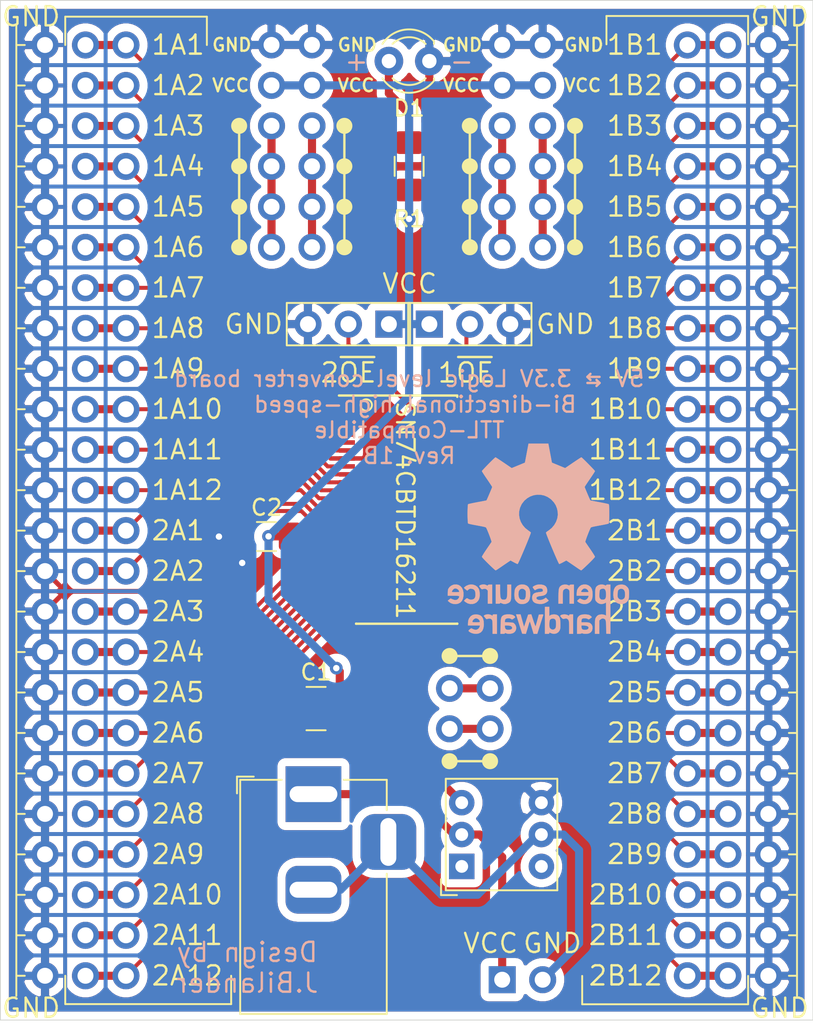
<source format=kicad_pcb>
(kicad_pcb (version 20171130) (host pcbnew "(5.1.6-0)")
  (layers (0 F.Cu signal) (31 B.Cu signal) (34 B.Paste user) (35 F.Paste user) (36 B.SilkS user) (37 F.SilkS user) (38 B.Mask user) (39 F.Mask user) (44 Edge.Cuts user))
  (net 0 "")
  (net 1 VCC)
  (net 2 GND)
  (net 3 2A12)
  (net 4 2A11)
  (net 5 2A10)
  (net 6 2A9)
  (net 7 2A8)
  (net 8 2A7)
  (net 9 2A6)
  (net 10 2A5)
  (net 11 2A4)
  (net 12 2A3)
  (net 13 2A2)
  (net 14 2A1)
  (net 15 1A12)
  (net 16 1A11)
  (net 17 1A10)
  (net 18 1A9)
  (net 19 1A8)
  (net 20 1A7)
  (net 21 1A6)
  (net 22 1A5)
  (net 23 1A4)
  (net 24 1A3)
  (net 25 1A2)
  (net 26 1A1)
  (net 27 2B12)
  (net 28 2B11)
  (net 29 2B10)
  (net 30 2B9)
  (net 31 2B8)
  (net 32 2B7)
  (net 33 2B6)
  (net 34 2B5)
  (net 35 2B4)
  (net 36 2B3)
  (net 37 2B2)
  (net 38 2B1)
  (net 39 1B12)
  (net 40 1B11)
  (net 41 1B10)
  (net 42 1B9)
  (net 43 1B8)
  (net 44 1B7)
  (net 45 1B6)
  (net 46 1B5)
  (net 47 1B4)
  (net 48 1B3)
  (net 49 1B2)
  (net 50 1B1)
  (net 51 /1~OE)
  (net 52 /2~OE)
  (net 53 /ISLAND-B)
  (net 54 /ISLAND-A)
  (net 55 /ISLAND-D)
  (net 56 /ISLAND-C)
  (net 57 /ISLAND-F)
  (net 58 /ISLAND-E)
  (net 59 /NC)
  (net 60 "Net-(SW1-Pad4)")
  (net 61 "Net-(SW1-Pad1)")
  (net 62 GNDPWR)
  (net 63 VIN)
  (net 64 "Net-(D1-Pad2)")
  (module Resistor_SMD:R_1206_3216Metric_Pad1.42x1.75mm_HandSolder (layer F.Cu) (at 155.654 70.414 270)
    (fp_text reference R1 (at 3.302 0 180) (layer F.SilkS))
    (fp_text value R hide)
    (pad 2 smd roundrect (at 1.4875 0 270) (size 1.425 1.75) (layers F.Cu F.Paste F.Mask) (roundrect_rratio 0.175439) (net 1 VCC))
    (pad 1 smd roundrect (at -1.4875 0 270) (size 1.425 1.75) (layers F.Cu F.Paste F.Mask) (roundrect_rratio 0.175439) (net 64 "Net-(D1-Pad2)"))
  )
  (module LED_THT:LED_D3.0mm (layer F.Cu) (at 156.924 63.81 180)
    (fp_text reference D1 (at 1.27 -2.96) (layer F.SilkS))
    (fp_text value LED)
    (pad 2 thru_hole circle (at 2.54 0 180) (size 1.8 1.8) (drill 0.9) (layers *.Cu *.Mask) (net 64 "Net-(D1-Pad2)"))
    (pad 1 thru_hole oval (at 0 0 180) (size 1.8 1.8) (drill 0.9) (layers *.Cu *.Mask) (net 2 GND))
  )
  (module Package_SO:TSSOP-56_6.1x14mm_P0.5mm (layer F.Cu) (at 155.5 92)
    (fp_text reference U1 hide)
    (fp_text value SN74CBTD16211 hide)
    (pad 1 smd rect (at -3.75 -6.75) (size 1 0.285) (layers F.Cu F.Paste F.Mask) (net 59 /NC))
    (pad 2 smd rect (at -3.75 -6.25) (size 1 0.285) (layers F.Cu F.Paste F.Mask) (net 26 1A1))
    (pad 3 smd rect (at -3.75 -5.75) (size 1 0.285) (layers F.Cu F.Paste F.Mask) (net 25 1A2))
    (pad 4 smd rect (at -3.75 -5.25) (size 1 0.285) (layers F.Cu F.Paste F.Mask) (net 24 1A3))
    (pad 5 smd rect (at -3.75 -4.75) (size 1 0.285) (layers F.Cu F.Paste F.Mask) (net 23 1A4))
    (pad 6 smd rect (at -3.75 -4.25) (size 1 0.285) (layers F.Cu F.Paste F.Mask) (net 22 1A5))
    (pad 7 smd rect (at -3.75 -3.75) (size 1 0.285) (layers F.Cu F.Paste F.Mask) (net 21 1A6))
    (pad 8 smd rect (at -3.75 -3.25) (size 1 0.285) (layers F.Cu F.Paste F.Mask) (net 2 GND))
    (pad 9 smd rect (at -3.75 -2.75) (size 1 0.285) (layers F.Cu F.Paste F.Mask) (net 20 1A7))
    (pad 10 smd rect (at -3.75 -2.25) (size 1 0.285) (layers F.Cu F.Paste F.Mask) (net 19 1A8))
    (pad 11 smd rect (at -3.75 -1.75) (size 1 0.285) (layers F.Cu F.Paste F.Mask) (net 18 1A9))
    (pad 12 smd rect (at -3.75 -1.25) (size 1 0.285) (layers F.Cu F.Paste F.Mask) (net 17 1A10))
    (pad 13 smd rect (at -3.75 -0.75) (size 1 0.285) (layers F.Cu F.Paste F.Mask) (net 16 1A11))
    (pad 14 smd rect (at -3.75 -0.25) (size 1 0.285) (layers F.Cu F.Paste F.Mask) (net 15 1A12))
    (pad 15 smd rect (at -3.75 0.25) (size 1 0.285) (layers F.Cu F.Paste F.Mask) (net 14 2A1))
    (pad 16 smd rect (at -3.75 0.75) (size 1 0.285) (layers F.Cu F.Paste F.Mask) (net 13 2A2))
    (pad 17 smd rect (at -3.75 1.25) (size 1 0.285) (layers F.Cu F.Paste F.Mask) (net 1 VCC))
    (pad 18 smd rect (at -3.75 1.75) (size 1 0.285) (layers F.Cu F.Paste F.Mask) (net 12 2A3))
    (pad 19 smd rect (at -3.75 2.25) (size 1 0.285) (layers F.Cu F.Paste F.Mask) (net 2 GND))
    (pad 20 smd rect (at -3.75 2.75) (size 1 0.285) (layers F.Cu F.Paste F.Mask) (net 11 2A4))
    (pad 21 smd rect (at -3.75 3.25) (size 1 0.285) (layers F.Cu F.Paste F.Mask) (net 10 2A5))
    (pad 22 smd rect (at -3.75 3.75) (size 1 0.285) (layers F.Cu F.Paste F.Mask) (net 9 2A6))
    (pad 23 smd rect (at -3.75 4.25) (size 1 0.285) (layers F.Cu F.Paste F.Mask) (net 8 2A7))
    (pad 24 smd rect (at -3.75 4.75) (size 1 0.285) (layers F.Cu F.Paste F.Mask) (net 7 2A8))
    (pad 25 smd rect (at -3.75 5.25) (size 1 0.285) (layers F.Cu F.Paste F.Mask) (net 6 2A9))
    (pad 26 smd rect (at -3.75 5.75) (size 1 0.285) (layers F.Cu F.Paste F.Mask) (net 5 2A10))
    (pad 27 smd rect (at -3.75 6.25) (size 1 0.285) (layers F.Cu F.Paste F.Mask) (net 4 2A11))
    (pad 28 smd rect (at -3.75 6.75) (size 1 0.285) (layers F.Cu F.Paste F.Mask) (net 3 2A12))
    (pad 29 smd rect (at 3.75 6.75) (size 1 0.285) (layers F.Cu F.Paste F.Mask) (net 27 2B12))
    (pad 30 smd rect (at 3.75 6.25) (size 1 0.285) (layers F.Cu F.Paste F.Mask) (net 28 2B11))
    (pad 31 smd rect (at 3.75 5.75) (size 1 0.285) (layers F.Cu F.Paste F.Mask) (net 29 2B10))
    (pad 32 smd rect (at 3.75 5.25) (size 1 0.285) (layers F.Cu F.Paste F.Mask) (net 30 2B9))
    (pad 33 smd rect (at 3.75 4.75) (size 1 0.285) (layers F.Cu F.Paste F.Mask) (net 31 2B8))
    (pad 34 smd rect (at 3.75 4.25) (size 1 0.285) (layers F.Cu F.Paste F.Mask) (net 32 2B7))
    (pad 35 smd rect (at 3.75 3.75) (size 1 0.285) (layers F.Cu F.Paste F.Mask) (net 33 2B6))
    (pad 36 smd rect (at 3.75 3.25) (size 1 0.285) (layers F.Cu F.Paste F.Mask) (net 34 2B5))
    (pad 37 smd rect (at 3.75 2.75) (size 1 0.285) (layers F.Cu F.Paste F.Mask) (net 35 2B4))
    (pad 38 smd rect (at 3.75 2.25) (size 1 0.285) (layers F.Cu F.Paste F.Mask) (net 2 GND))
    (pad 39 smd rect (at 3.75 1.75) (size 1 0.285) (layers F.Cu F.Paste F.Mask) (net 36 2B3))
    (pad 40 smd rect (at 3.75 1.25) (size 1 0.285) (layers F.Cu F.Paste F.Mask) (net 37 2B2))
    (pad 41 smd rect (at 3.75 0.75) (size 1 0.285) (layers F.Cu F.Paste F.Mask) (net 38 2B1))
    (pad 42 smd rect (at 3.75 0.25) (size 1 0.285) (layers F.Cu F.Paste F.Mask) (net 39 1B12))
    (pad 43 smd rect (at 3.75 -0.25) (size 1 0.285) (layers F.Cu F.Paste F.Mask) (net 40 1B11))
    (pad 44 smd rect (at 3.75 -0.75) (size 1 0.285) (layers F.Cu F.Paste F.Mask) (net 41 1B10))
    (pad 45 smd rect (at 3.75 -1.25) (size 1 0.285) (layers F.Cu F.Paste F.Mask) (net 42 1B9))
    (pad 46 smd rect (at 3.75 -1.75) (size 1 0.285) (layers F.Cu F.Paste F.Mask) (net 43 1B8))
    (pad 47 smd rect (at 3.75 -2.25) (size 1 0.285) (layers F.Cu F.Paste F.Mask) (net 44 1B7))
    (pad 48 smd rect (at 3.75 -2.75) (size 1 0.285) (layers F.Cu F.Paste F.Mask) (net 45 1B6))
    (pad 49 smd rect (at 3.75 -3.25) (size 1 0.285) (layers F.Cu F.Paste F.Mask) (net 2 GND))
    (pad 50 smd rect (at 3.75 -3.75) (size 1 0.285) (layers F.Cu F.Paste F.Mask) (net 46 1B5))
    (pad 51 smd rect (at 3.75 -4.25) (size 1 0.285) (layers F.Cu F.Paste F.Mask) (net 47 1B4))
    (pad 52 smd rect (at 3.75 -4.75) (size 1 0.285) (layers F.Cu F.Paste F.Mask) (net 48 1B3))
    (pad 53 smd rect (at 3.75 -5.25) (size 1 0.285) (layers F.Cu F.Paste F.Mask) (net 49 1B2))
    (pad 54 smd rect (at 3.75 -5.75) (size 1 0.285) (layers F.Cu F.Paste F.Mask) (net 50 1B1))
    (pad 55 smd rect (at 3.75 -6.25) (size 1 0.285) (layers F.Cu F.Paste F.Mask) (net 52 /2~OE))
    (pad 56 smd rect (at 3.75 -6.75) (size 1 0.285) (layers F.Cu F.Paste F.Mask) (net 51 /1~OE))
  )
  (module Symbol:OSHW-Logo_11.4x12mm_SilkScreen (layer B.Cu) (at 163.782 93.782 180)
    (fp_text reference REF** hide)
    (fp_text value OSHW-Logo_11.4x12mm_SilkScreen hide)
  )
  (module Connector_PinHeader_2.54mm:PinHeader_2x06_P2.54mm_Vertical (layer F.Cu) (at 161.496 62.794)
    (fp_text reference J8 hide)
    (fp_text value Conn_02x06_Odd_Even hide)
    (pad 12 thru_hole oval (at 2.54 12.7) (size 1.7 1.7) (drill 1) (layers *.Cu *.Mask) (net 55 /ISLAND-D))
    (pad 11 thru_hole oval (at 0 12.7) (size 1.7 1.7) (drill 1) (layers *.Cu *.Mask) (net 56 /ISLAND-C))
    (pad 10 thru_hole oval (at 2.54 10.16) (size 1.7 1.7) (drill 1) (layers *.Cu *.Mask) (net 55 /ISLAND-D))
    (pad 9 thru_hole oval (at 0 10.16) (size 1.7 1.7) (drill 1) (layers *.Cu *.Mask) (net 56 /ISLAND-C))
    (pad 8 thru_hole oval (at 2.54 7.62) (size 1.7 1.7) (drill 1) (layers *.Cu *.Mask) (net 55 /ISLAND-D))
    (pad 7 thru_hole oval (at 0 7.62) (size 1.7 1.7) (drill 1) (layers *.Cu *.Mask) (net 56 /ISLAND-C))
    (pad 6 thru_hole oval (at 2.54 5.08) (size 1.7 1.7) (drill 1) (layers *.Cu *.Mask) (net 55 /ISLAND-D))
    (pad 5 thru_hole oval (at 0 5.08) (size 1.7 1.7) (drill 1) (layers *.Cu *.Mask) (net 56 /ISLAND-C))
    (pad 4 thru_hole oval (at 2.54 2.54) (size 1.7 1.7) (drill 1) (layers *.Cu *.Mask) (net 1 VCC))
    (pad 3 thru_hole oval (at 0 2.54) (size 1.7 1.7) (drill 1) (layers *.Cu *.Mask) (net 1 VCC))
    (pad 2 thru_hole oval (at 2.54 0) (size 1.7 1.7) (drill 1) (layers *.Cu *.Mask) (net 2 GND))
    (pad 1 thru_hole oval (at 0 0) (size 1.7 1.7) (drill 1) (layers *.Cu *.Mask) (net 2 GND))
  )
  (module Connector_PinHeader_2.54mm:PinHeader_2x06_P2.54mm_Vertical (layer F.Cu) (at 147.018 62.794)
    (fp_text reference J7 hide)
    (fp_text value Conn_02x06_Odd_Even hide)
    (pad 1 thru_hole oval (at 0 0) (size 1.7 1.7) (drill 1) (layers *.Cu *.Mask) (net 2 GND))
    (pad 2 thru_hole oval (at 2.54 0) (size 1.7 1.7) (drill 1) (layers *.Cu *.Mask) (net 2 GND))
    (pad 3 thru_hole oval (at 0 2.54) (size 1.7 1.7) (drill 1) (layers *.Cu *.Mask) (net 1 VCC))
    (pad 4 thru_hole oval (at 2.54 2.54) (size 1.7 1.7) (drill 1) (layers *.Cu *.Mask) (net 1 VCC))
    (pad 5 thru_hole oval (at 0 5.08) (size 1.7 1.7) (drill 1) (layers *.Cu *.Mask) (net 54 /ISLAND-A))
    (pad 6 thru_hole oval (at 2.54 5.08) (size 1.7 1.7) (drill 1) (layers *.Cu *.Mask) (net 53 /ISLAND-B))
    (pad 7 thru_hole oval (at 0 7.62) (size 1.7 1.7) (drill 1) (layers *.Cu *.Mask) (net 54 /ISLAND-A))
    (pad 8 thru_hole oval (at 2.54 7.62) (size 1.7 1.7) (drill 1) (layers *.Cu *.Mask) (net 53 /ISLAND-B))
    (pad 9 thru_hole oval (at 0 10.16) (size 1.7 1.7) (drill 1) (layers *.Cu *.Mask) (net 54 /ISLAND-A))
    (pad 10 thru_hole oval (at 2.54 10.16) (size 1.7 1.7) (drill 1) (layers *.Cu *.Mask) (net 53 /ISLAND-B))
    (pad 11 thru_hole oval (at 0 12.7) (size 1.7 1.7) (drill 1) (layers *.Cu *.Mask) (net 54 /ISLAND-A))
    (pad 12 thru_hole oval (at 2.54 12.7) (size 1.7 1.7) (drill 1) (layers *.Cu *.Mask) (net 53 /ISLAND-B))
  )
  (module Connector_PinHeader_2.54mm:PinHeader_2x02_P2.54mm_Vertical (layer F.Cu) (at 158.194 103.18)
    (fp_text reference J9 hide)
    (fp_text value Conn_02x02_Odd_Even hide)
    (pad 4 thru_hole oval (at 2.54 2.54) (size 1.7 1.7) (drill 1) (layers *.Cu *.Mask) (net 57 /ISLAND-F))
    (pad 3 thru_hole oval (at 0 2.54) (size 1.7 1.7) (drill 1) (layers *.Cu *.Mask) (net 57 /ISLAND-F))
    (pad 2 thru_hole oval (at 2.54 0) (size 1.7 1.7) (drill 1) (layers *.Cu *.Mask) (net 58 /ISLAND-E))
    (pad 1 thru_hole oval (at 0 0) (size 1.7 1.7) (drill 1) (layers *.Cu *.Mask) (net 58 /ISLAND-E))
  )
  (module Button_Switch_THT:SW_Push_THT_7x7x12mm_DPDT (layer F.Cu) (at 158.956 114.356 90)
    (fp_text reference SW1 hide)
    (fp_text value SW_Push_DPDT hide)
    (pad 1 thru_hole rect (at 0 0 90) (size 1.6 1.6) (drill 0.8) (layers *.Cu *.Mask) (net 61 "Net-(SW1-Pad1)"))
    (pad 2 thru_hole circle (at 2 0 90) (size 1.6 1.6) (drill 0.8) (layers *.Cu *.Mask) (net 63 VIN))
    (pad 3 thru_hole circle (at 4 0 90) (size 1.6 1.6) (drill 0.8) (layers *.Cu *.Mask) (net 1 VCC))
    (pad 4 thru_hole circle (at 0 5 90) (size 1.6 1.6) (drill 0.8) (layers *.Cu *.Mask) (net 60 "Net-(SW1-Pad4)"))
    (pad 5 thru_hole circle (at 2 5 90) (size 1.6 1.6) (drill 0.8) (layers *.Cu *.Mask) (net 62 GNDPWR))
    (pad 6 thru_hole circle (at 4 5 90) (size 1.6 1.6) (drill 0.8) (layers *.Cu *.Mask) (net 2 GND))
  )
  (module Connector_PinHeader_2.54mm:PinHeader_1x03_P2.54mm_Vertical (layer F.Cu) (at 154.384 80.32 270)
    (fp_text reference JP2 hide)
    (fp_text value Jumper_3_Open hide)
    (pad 3 thru_hole oval (at 0 5.08 270) (size 1.7 1.7) (drill 1) (layers *.Cu *.Mask) (net 2 GND))
    (pad 2 thru_hole oval (at 0 2.54 270) (size 1.7 1.7) (drill 1) (layers *.Cu *.Mask) (net 52 /2~OE))
    (pad 1 thru_hole rect (at 0 0 270) (size 1.7 1.7) (drill 1) (layers *.Cu *.Mask) (net 1 VCC))
  )
  (module Connector_PinHeader_2.54mm:PinHeader_1x03_P2.54mm_Vertical (layer F.Cu) (at 156.924 80.32 90)
    (fp_text reference JP1 hide)
    (fp_text value Jumper_3_Open hide)
    (pad 3 thru_hole oval (at 0 5.08 90) (size 1.7 1.7) (drill 1) (layers *.Cu *.Mask) (net 2 GND))
    (pad 2 thru_hole oval (at 0 2.54 90) (size 1.7 1.7) (drill 1) (layers *.Cu *.Mask) (net 51 /1~OE))
    (pad 1 thru_hole rect (at 0 0 90) (size 1.7 1.7) (drill 1) (layers *.Cu *.Mask) (net 1 VCC))
  )
  (module Connector_PinHeader_2.54mm:PinHeader_2x24_P2.54mm_Vertical (layer F.Cu) (at 173.12 62.8)
    (fp_text reference J3 hide)
    (fp_text value Conn_02x24_Odd_Even hide)
    (pad 48 thru_hole oval (at 2.54 58.42) (size 1.7 1.7) (drill 1) (layers *.Cu *.Mask) (net 27 2B12))
    (pad 47 thru_hole oval (at 0 58.42) (size 1.7 1.7) (drill 1) (layers *.Cu *.Mask) (net 27 2B12))
    (pad 46 thru_hole oval (at 2.54 55.88) (size 1.7 1.7) (drill 1) (layers *.Cu *.Mask) (net 28 2B11))
    (pad 45 thru_hole oval (at 0 55.88) (size 1.7 1.7) (drill 1) (layers *.Cu *.Mask) (net 28 2B11))
    (pad 44 thru_hole oval (at 2.54 53.34) (size 1.7 1.7) (drill 1) (layers *.Cu *.Mask) (net 29 2B10))
    (pad 43 thru_hole oval (at 0 53.34) (size 1.7 1.7) (drill 1) (layers *.Cu *.Mask) (net 29 2B10))
    (pad 42 thru_hole oval (at 2.54 50.8) (size 1.7 1.7) (drill 1) (layers *.Cu *.Mask) (net 30 2B9))
    (pad 41 thru_hole oval (at 0 50.8) (size 1.7 1.7) (drill 1) (layers *.Cu *.Mask) (net 30 2B9))
    (pad 40 thru_hole oval (at 2.54 48.26) (size 1.7 1.7) (drill 1) (layers *.Cu *.Mask) (net 31 2B8))
    (pad 39 thru_hole oval (at 0 48.26) (size 1.7 1.7) (drill 1) (layers *.Cu *.Mask) (net 31 2B8))
    (pad 38 thru_hole oval (at 2.54 45.72) (size 1.7 1.7) (drill 1) (layers *.Cu *.Mask) (net 32 2B7))
    (pad 37 thru_hole oval (at 0 45.72) (size 1.7 1.7) (drill 1) (layers *.Cu *.Mask) (net 32 2B7))
    (pad 36 thru_hole oval (at 2.54 43.18) (size 1.7 1.7) (drill 1) (layers *.Cu *.Mask) (net 33 2B6))
    (pad 35 thru_hole oval (at 0 43.18) (size 1.7 1.7) (drill 1) (layers *.Cu *.Mask) (net 33 2B6))
    (pad 34 thru_hole oval (at 2.54 40.64) (size 1.7 1.7) (drill 1) (layers *.Cu *.Mask) (net 34 2B5))
    (pad 33 thru_hole oval (at 0 40.64) (size 1.7 1.7) (drill 1) (layers *.Cu *.Mask) (net 34 2B5))
    (pad 32 thru_hole oval (at 2.54 38.1) (size 1.7 1.7) (drill 1) (layers *.Cu *.Mask) (net 35 2B4))
    (pad 31 thru_hole oval (at 0 38.1) (size 1.7 1.7) (drill 1) (layers *.Cu *.Mask) (net 35 2B4))
    (pad 30 thru_hole oval (at 2.54 35.56) (size 1.7 1.7) (drill 1) (layers *.Cu *.Mask) (net 36 2B3))
    (pad 29 thru_hole oval (at 0 35.56) (size 1.7 1.7) (drill 1) (layers *.Cu *.Mask) (net 36 2B3))
    (pad 28 thru_hole oval (at 2.54 33.02) (size 1.7 1.7) (drill 1) (layers *.Cu *.Mask) (net 37 2B2))
    (pad 27 thru_hole oval (at 0 33.02) (size 1.7 1.7) (drill 1) (layers *.Cu *.Mask) (net 37 2B2))
    (pad 26 thru_hole oval (at 2.54 30.48) (size 1.7 1.7) (drill 1) (layers *.Cu *.Mask) (net 38 2B1))
    (pad 25 thru_hole oval (at 0 30.48) (size 1.7 1.7) (drill 1) (layers *.Cu *.Mask) (net 38 2B1))
    (pad 24 thru_hole oval (at 2.54 27.94) (size 1.7 1.7) (drill 1) (layers *.Cu *.Mask) (net 39 1B12))
    (pad 23 thru_hole oval (at 0 27.94) (size 1.7 1.7) (drill 1) (layers *.Cu *.Mask) (net 39 1B12))
    (pad 22 thru_hole oval (at 2.54 25.4) (size 1.7 1.7) (drill 1) (layers *.Cu *.Mask) (net 40 1B11))
    (pad 21 thru_hole oval (at 0 25.4) (size 1.7 1.7) (drill 1) (layers *.Cu *.Mask) (net 40 1B11))
    (pad 20 thru_hole oval (at 2.54 22.86) (size 1.7 1.7) (drill 1) (layers *.Cu *.Mask) (net 41 1B10))
    (pad 19 thru_hole oval (at 0 22.86) (size 1.7 1.7) (drill 1) (layers *.Cu *.Mask) (net 41 1B10))
    (pad 18 thru_hole oval (at 2.54 20.32) (size 1.7 1.7) (drill 1) (layers *.Cu *.Mask) (net 42 1B9))
    (pad 17 thru_hole oval (at 0 20.32) (size 1.7 1.7) (drill 1) (layers *.Cu *.Mask) (net 42 1B9))
    (pad 16 thru_hole oval (at 2.54 17.78) (size 1.7 1.7) (drill 1) (layers *.Cu *.Mask) (net 43 1B8))
    (pad 15 thru_hole oval (at 0 17.78) (size 1.7 1.7) (drill 1) (layers *.Cu *.Mask) (net 43 1B8))
    (pad 14 thru_hole oval (at 2.54 15.24) (size 1.7 1.7) (drill 1) (layers *.Cu *.Mask) (net 44 1B7))
    (pad 13 thru_hole oval (at 0 15.24) (size 1.7 1.7) (drill 1) (layers *.Cu *.Mask) (net 44 1B7))
    (pad 12 thru_hole oval (at 2.54 12.7) (size 1.7 1.7) (drill 1) (layers *.Cu *.Mask) (net 45 1B6))
    (pad 11 thru_hole oval (at 0 12.7) (size 1.7 1.7) (drill 1) (layers *.Cu *.Mask) (net 45 1B6))
    (pad 10 thru_hole oval (at 2.54 10.16) (size 1.7 1.7) (drill 1) (layers *.Cu *.Mask) (net 46 1B5))
    (pad 9 thru_hole oval (at 0 10.16) (size 1.7 1.7) (drill 1) (layers *.Cu *.Mask) (net 46 1B5))
    (pad 8 thru_hole oval (at 2.54 7.62) (size 1.7 1.7) (drill 1) (layers *.Cu *.Mask) (net 47 1B4))
    (pad 7 thru_hole oval (at 0 7.62) (size 1.7 1.7) (drill 1) (layers *.Cu *.Mask) (net 47 1B4))
    (pad 6 thru_hole oval (at 2.54 5.08) (size 1.7 1.7) (drill 1) (layers *.Cu *.Mask) (net 48 1B3))
    (pad 5 thru_hole oval (at 0 5.08) (size 1.7 1.7) (drill 1) (layers *.Cu *.Mask) (net 48 1B3))
    (pad 4 thru_hole oval (at 2.54 2.54) (size 1.7 1.7) (drill 1) (layers *.Cu *.Mask) (net 49 1B2))
    (pad 3 thru_hole oval (at 0 2.54) (size 1.7 1.7) (drill 1) (layers *.Cu *.Mask) (net 49 1B2))
    (pad 2 thru_hole oval (at 2.54 0) (size 1.7 1.7) (drill 1) (layers *.Cu *.Mask) (net 50 1B1))
    (pad 1 thru_hole oval (at 0 0) (size 1.7 1.7) (drill 1) (layers *.Cu *.Mask) (net 50 1B1))
  )
  (module Connector_PinHeader_2.54mm:PinHeader_2x24_P2.54mm_Vertical (layer F.Cu) (at 135.34 62.8)
    (fp_text reference J1 hide)
    (fp_text value Conn_02x24_Odd_Even hide)
    (pad 48 thru_hole oval (at 2.54 58.42) (size 1.7 1.7) (drill 1) (layers *.Cu *.Mask) (net 3 2A12))
    (pad 47 thru_hole oval (at 0 58.42) (size 1.7 1.7) (drill 1) (layers *.Cu *.Mask) (net 3 2A12))
    (pad 46 thru_hole oval (at 2.54 55.88) (size 1.7 1.7) (drill 1) (layers *.Cu *.Mask) (net 4 2A11))
    (pad 45 thru_hole oval (at 0 55.88) (size 1.7 1.7) (drill 1) (layers *.Cu *.Mask) (net 4 2A11))
    (pad 44 thru_hole oval (at 2.54 53.34) (size 1.7 1.7) (drill 1) (layers *.Cu *.Mask) (net 5 2A10))
    (pad 43 thru_hole oval (at 0 53.34) (size 1.7 1.7) (drill 1) (layers *.Cu *.Mask) (net 5 2A10))
    (pad 42 thru_hole oval (at 2.54 50.8) (size 1.7 1.7) (drill 1) (layers *.Cu *.Mask) (net 6 2A9))
    (pad 41 thru_hole oval (at 0 50.8) (size 1.7 1.7) (drill 1) (layers *.Cu *.Mask) (net 6 2A9))
    (pad 40 thru_hole oval (at 2.54 48.26) (size 1.7 1.7) (drill 1) (layers *.Cu *.Mask) (net 7 2A8))
    (pad 39 thru_hole oval (at 0 48.26) (size 1.7 1.7) (drill 1) (layers *.Cu *.Mask) (net 7 2A8))
    (pad 38 thru_hole oval (at 2.54 45.72) (size 1.7 1.7) (drill 1) (layers *.Cu *.Mask) (net 8 2A7))
    (pad 37 thru_hole oval (at 0 45.72) (size 1.7 1.7) (drill 1) (layers *.Cu *.Mask) (net 8 2A7))
    (pad 36 thru_hole oval (at 2.54 43.18) (size 1.7 1.7) (drill 1) (layers *.Cu *.Mask) (net 9 2A6))
    (pad 35 thru_hole oval (at 0 43.18) (size 1.7 1.7) (drill 1) (layers *.Cu *.Mask) (net 9 2A6))
    (pad 34 thru_hole oval (at 2.54 40.64) (size 1.7 1.7) (drill 1) (layers *.Cu *.Mask) (net 10 2A5))
    (pad 33 thru_hole oval (at 0 40.64) (size 1.7 1.7) (drill 1) (layers *.Cu *.Mask) (net 10 2A5))
    (pad 32 thru_hole oval (at 2.54 38.1) (size 1.7 1.7) (drill 1) (layers *.Cu *.Mask) (net 11 2A4))
    (pad 31 thru_hole oval (at 0 38.1) (size 1.7 1.7) (drill 1) (layers *.Cu *.Mask) (net 11 2A4))
    (pad 30 thru_hole oval (at 2.54 35.56) (size 1.7 1.7) (drill 1) (layers *.Cu *.Mask) (net 12 2A3))
    (pad 29 thru_hole oval (at 0 35.56) (size 1.7 1.7) (drill 1) (layers *.Cu *.Mask) (net 12 2A3))
    (pad 28 thru_hole oval (at 2.54 33.02) (size 1.7 1.7) (drill 1) (layers *.Cu *.Mask) (net 13 2A2))
    (pad 27 thru_hole oval (at 0 33.02) (size 1.7 1.7) (drill 1) (layers *.Cu *.Mask) (net 13 2A2))
    (pad 26 thru_hole oval (at 2.54 30.48) (size 1.7 1.7) (drill 1) (layers *.Cu *.Mask) (net 14 2A1))
    (pad 25 thru_hole oval (at 0 30.48) (size 1.7 1.7) (drill 1) (layers *.Cu *.Mask) (net 14 2A1))
    (pad 24 thru_hole oval (at 2.54 27.94) (size 1.7 1.7) (drill 1) (layers *.Cu *.Mask) (net 15 1A12))
    (pad 23 thru_hole oval (at 0 27.94) (size 1.7 1.7) (drill 1) (layers *.Cu *.Mask) (net 15 1A12))
    (pad 22 thru_hole oval (at 2.54 25.4) (size 1.7 1.7) (drill 1) (layers *.Cu *.Mask) (net 16 1A11))
    (pad 21 thru_hole oval (at 0 25.4) (size 1.7 1.7) (drill 1) (layers *.Cu *.Mask) (net 16 1A11))
    (pad 20 thru_hole oval (at 2.54 22.86) (size 1.7 1.7) (drill 1) (layers *.Cu *.Mask) (net 17 1A10))
    (pad 19 thru_hole oval (at 0 22.86) (size 1.7 1.7) (drill 1) (layers *.Cu *.Mask) (net 17 1A10))
    (pad 18 thru_hole oval (at 2.54 20.32) (size 1.7 1.7) (drill 1) (layers *.Cu *.Mask) (net 18 1A9))
    (pad 17 thru_hole oval (at 0 20.32) (size 1.7 1.7) (drill 1) (layers *.Cu *.Mask) (net 18 1A9))
    (pad 16 thru_hole oval (at 2.54 17.78) (size 1.7 1.7) (drill 1) (layers *.Cu *.Mask) (net 19 1A8))
    (pad 15 thru_hole oval (at 0 17.78) (size 1.7 1.7) (drill 1) (layers *.Cu *.Mask) (net 19 1A8))
    (pad 14 thru_hole oval (at 2.54 15.24) (size 1.7 1.7) (drill 1) (layers *.Cu *.Mask) (net 20 1A7))
    (pad 13 thru_hole oval (at 0 15.24) (size 1.7 1.7) (drill 1) (layers *.Cu *.Mask) (net 20 1A7))
    (pad 12 thru_hole oval (at 2.54 12.7) (size 1.7 1.7) (drill 1) (layers *.Cu *.Mask) (net 21 1A6))
    (pad 11 thru_hole oval (at 0 12.7) (size 1.7 1.7) (drill 1) (layers *.Cu *.Mask) (net 21 1A6))
    (pad 10 thru_hole oval (at 2.54 10.16) (size 1.7 1.7) (drill 1) (layers *.Cu *.Mask) (net 22 1A5))
    (pad 9 thru_hole oval (at 0 10.16) (size 1.7 1.7) (drill 1) (layers *.Cu *.Mask) (net 22 1A5))
    (pad 8 thru_hole oval (at 2.54 7.62) (size 1.7 1.7) (drill 1) (layers *.Cu *.Mask) (net 23 1A4))
    (pad 7 thru_hole oval (at 0 7.62) (size 1.7 1.7) (drill 1) (layers *.Cu *.Mask) (net 23 1A4))
    (pad 6 thru_hole oval (at 2.54 5.08) (size 1.7 1.7) (drill 1) (layers *.Cu *.Mask) (net 24 1A3))
    (pad 5 thru_hole oval (at 0 5.08) (size 1.7 1.7) (drill 1) (layers *.Cu *.Mask) (net 24 1A3))
    (pad 4 thru_hole oval (at 2.54 2.54) (size 1.7 1.7) (drill 1) (layers *.Cu *.Mask) (net 25 1A2))
    (pad 3 thru_hole oval (at 0 2.54) (size 1.7 1.7) (drill 1) (layers *.Cu *.Mask) (net 25 1A2))
    (pad 2 thru_hole oval (at 2.54 0) (size 1.7 1.7) (drill 1) (layers *.Cu *.Mask) (net 26 1A1))
    (pad 1 thru_hole oval (at 0 0) (size 1.7 1.7) (drill 1) (layers *.Cu *.Mask) (net 26 1A1))
  )
  (module Connector_PinHeader_2.54mm:PinHeader_1x24_P2.54mm_Vertical (layer F.Cu) (at 178.2 62.8)
    (fp_text reference J4 hide)
    (fp_text value Conn_01x24 hide)
    (pad 24 thru_hole oval (at 0 58.42) (size 1.7 1.7) (drill 1) (layers *.Cu *.Mask) (net 2 GND))
    (pad 23 thru_hole oval (at 0 55.88) (size 1.7 1.7) (drill 1) (layers *.Cu *.Mask) (net 2 GND))
    (pad 22 thru_hole oval (at 0 53.34) (size 1.7 1.7) (drill 1) (layers *.Cu *.Mask) (net 2 GND))
    (pad 21 thru_hole oval (at 0 50.8) (size 1.7 1.7) (drill 1) (layers *.Cu *.Mask) (net 2 GND))
    (pad 20 thru_hole oval (at 0 48.26) (size 1.7 1.7) (drill 1) (layers *.Cu *.Mask) (net 2 GND))
    (pad 19 thru_hole oval (at 0 45.72) (size 1.7 1.7) (drill 1) (layers *.Cu *.Mask) (net 2 GND))
    (pad 18 thru_hole oval (at 0 43.18) (size 1.7 1.7) (drill 1) (layers *.Cu *.Mask) (net 2 GND))
    (pad 17 thru_hole oval (at 0 40.64) (size 1.7 1.7) (drill 1) (layers *.Cu *.Mask) (net 2 GND))
    (pad 16 thru_hole oval (at 0 38.1) (size 1.7 1.7) (drill 1) (layers *.Cu *.Mask) (net 2 GND))
    (pad 15 thru_hole oval (at 0 35.56) (size 1.7 1.7) (drill 1) (layers *.Cu *.Mask) (net 2 GND))
    (pad 14 thru_hole oval (at 0 33.02) (size 1.7 1.7) (drill 1) (layers *.Cu *.Mask) (net 2 GND))
    (pad 13 thru_hole oval (at 0 30.48) (size 1.7 1.7) (drill 1) (layers *.Cu *.Mask) (net 2 GND))
    (pad 12 thru_hole oval (at 0 27.94) (size 1.7 1.7) (drill 1) (layers *.Cu *.Mask) (net 2 GND))
    (pad 11 thru_hole oval (at 0 25.4) (size 1.7 1.7) (drill 1) (layers *.Cu *.Mask) (net 2 GND))
    (pad 10 thru_hole oval (at 0 22.86) (size 1.7 1.7) (drill 1) (layers *.Cu *.Mask) (net 2 GND))
    (pad 9 thru_hole oval (at 0 20.32) (size 1.7 1.7) (drill 1) (layers *.Cu *.Mask) (net 2 GND))
    (pad 8 thru_hole oval (at 0 17.78) (size 1.7 1.7) (drill 1) (layers *.Cu *.Mask) (net 2 GND))
    (pad 7 thru_hole oval (at 0 15.24) (size 1.7 1.7) (drill 1) (layers *.Cu *.Mask) (net 2 GND))
    (pad 6 thru_hole oval (at 0 12.7) (size 1.7 1.7) (drill 1) (layers *.Cu *.Mask) (net 2 GND))
    (pad 5 thru_hole oval (at 0 10.16) (size 1.7 1.7) (drill 1) (layers *.Cu *.Mask) (net 2 GND))
    (pad 4 thru_hole oval (at 0 7.62) (size 1.7 1.7) (drill 1) (layers *.Cu *.Mask) (net 2 GND))
    (pad 3 thru_hole oval (at 0 5.08) (size 1.7 1.7) (drill 1) (layers *.Cu *.Mask) (net 2 GND))
    (pad 2 thru_hole oval (at 0 2.54) (size 1.7 1.7) (drill 1) (layers *.Cu *.Mask) (net 2 GND))
    (pad 1 thru_hole oval (at 0 0) (size 1.7 1.7) (drill 1) (layers *.Cu *.Mask) (net 2 GND))
  )
  (module Connector_PinHeader_2.54mm:PinHeader_2x01_P2.54mm_Vertical (layer F.Cu) (at 161.496 121.468)
    (fp_text reference J6 hide)
    (fp_text value Conn_02x01 hide)
    (pad 1 thru_hole rect (at 0 0) (size 1.7 1.7) (drill 1) (layers *.Cu *.Mask) (net 63 VIN))
    (pad 2 thru_hole oval (at 2.54 0) (size 1.7 1.7) (drill 1) (layers *.Cu *.Mask) (net 62 GNDPWR))
  )
  (module Connector_PinHeader_2.54mm:PinHeader_1x24_P2.54mm_Vertical (layer F.Cu) (at 132.8 62.8)
    (fp_text reference J2 hide)
    (fp_text value Conn_01x24 hide)
    (pad 24 thru_hole oval (at 0 58.42) (size 1.7 1.7) (drill 1) (layers *.Cu *.Mask) (net 2 GND))
    (pad 23 thru_hole oval (at 0 55.88) (size 1.7 1.7) (drill 1) (layers *.Cu *.Mask) (net 2 GND))
    (pad 22 thru_hole oval (at 0 53.34) (size 1.7 1.7) (drill 1) (layers *.Cu *.Mask) (net 2 GND))
    (pad 21 thru_hole oval (at 0 50.8) (size 1.7 1.7) (drill 1) (layers *.Cu *.Mask) (net 2 GND))
    (pad 20 thru_hole oval (at 0 48.26) (size 1.7 1.7) (drill 1) (layers *.Cu *.Mask) (net 2 GND))
    (pad 19 thru_hole oval (at 0 45.72) (size 1.7 1.7) (drill 1) (layers *.Cu *.Mask) (net 2 GND))
    (pad 18 thru_hole oval (at 0 43.18) (size 1.7 1.7) (drill 1) (layers *.Cu *.Mask) (net 2 GND))
    (pad 17 thru_hole oval (at 0 40.64) (size 1.7 1.7) (drill 1) (layers *.Cu *.Mask) (net 2 GND))
    (pad 16 thru_hole oval (at 0 38.1) (size 1.7 1.7) (drill 1) (layers *.Cu *.Mask) (net 2 GND))
    (pad 15 thru_hole oval (at 0 35.56) (size 1.7 1.7) (drill 1) (layers *.Cu *.Mask) (net 2 GND))
    (pad 14 thru_hole oval (at 0 33.02) (size 1.7 1.7) (drill 1) (layers *.Cu *.Mask) (net 2 GND))
    (pad 13 thru_hole oval (at 0 30.48) (size 1.7 1.7) (drill 1) (layers *.Cu *.Mask) (net 2 GND))
    (pad 12 thru_hole oval (at 0 27.94) (size 1.7 1.7) (drill 1) (layers *.Cu *.Mask) (net 2 GND))
    (pad 11 thru_hole oval (at 0 25.4) (size 1.7 1.7) (drill 1) (layers *.Cu *.Mask) (net 2 GND))
    (pad 10 thru_hole oval (at 0 22.86) (size 1.7 1.7) (drill 1) (layers *.Cu *.Mask) (net 2 GND))
    (pad 9 thru_hole oval (at 0 20.32) (size 1.7 1.7) (drill 1) (layers *.Cu *.Mask) (net 2 GND))
    (pad 8 thru_hole oval (at 0 17.78) (size 1.7 1.7) (drill 1) (layers *.Cu *.Mask) (net 2 GND))
    (pad 7 thru_hole oval (at 0 15.24) (size 1.7 1.7) (drill 1) (layers *.Cu *.Mask) (net 2 GND))
    (pad 6 thru_hole oval (at 0 12.7) (size 1.7 1.7) (drill 1) (layers *.Cu *.Mask) (net 2 GND))
    (pad 5 thru_hole oval (at 0 10.16) (size 1.7 1.7) (drill 1) (layers *.Cu *.Mask) (net 2 GND))
    (pad 4 thru_hole oval (at 0 7.62) (size 1.7 1.7) (drill 1) (layers *.Cu *.Mask) (net 2 GND))
    (pad 3 thru_hole oval (at 0 5.08) (size 1.7 1.7) (drill 1) (layers *.Cu *.Mask) (net 2 GND))
    (pad 2 thru_hole oval (at 0 2.54) (size 1.7 1.7) (drill 1) (layers *.Cu *.Mask) (net 2 GND))
    (pad 1 thru_hole oval (at 0 0) (size 1.7 1.7) (drill 1) (layers *.Cu *.Mask) (net 2 GND))
  )
  (module Connector_BarrelJack:BarrelJack_Horizontal (layer F.Cu) (at 149.65 109.82 90)
    (fp_text reference J5 hide)
    (fp_text value Barrel_Jack_Switch hide)
    (pad 3 thru_hole roundrect (at -3 4.7 90) (size 3.5 3.5) (drill oval 3 1) (layers *.Cu *.Mask) (net 62 GNDPWR))
    (pad 2 thru_hole roundrect (at -6 0 90) (size 3 3.5) (drill oval 1 3) (layers *.Cu *.Mask) (net 62 GNDPWR))
    (pad 1 thru_hole rect (at 0 0 90) (size 3.5 3.5) (drill oval 1 3) (layers *.Cu *.Mask) (net 63 VIN))
  )
  (module Capacitor_SMD:C_1210_3225Metric_Pad1.42x2.65mm_HandSolder (layer F.Cu) (at 149.812 104.45 180)
    (fp_text reference C1 (at 0 2.286) (layer F.SilkS))
    (fp_text value C hide)
    (pad 2 smd roundrect (at 1.4875 0 180) (size 1.425 2.65) (layers F.Cu F.Paste F.Mask) (roundrect_rratio 0.175439) (net 2 GND))
    (pad 1 smd roundrect (at -1.4875 0 180) (size 1.425 2.65) (layers F.Cu F.Paste F.Mask) (roundrect_rratio 0.175439) (net 1 VCC))
  )
  (module Capacitor_SMD:C_1206_3216Metric_Pad1.42x1.75mm_HandSolder (layer F.Cu) (at 146.7 93.65)
    (fp_text reference C2 (at 0 -1.82 180) (layer F.SilkS))
    (fp_text value C hide)
    (pad 2 smd roundrect (at 1.4875 0) (size 1.425 1.75) (layers F.Cu F.Paste F.Mask) (roundrect_rratio 0.175439) (net 1 VCC))
    (pad 1 smd roundrect (at -1.4875 0) (size 1.425 1.75) (layers F.Cu F.Paste F.Mask) (roundrect_rratio 0.175439) (net 2 GND))
  )
  (gr_text "Design by\nJ.Bilander" (at 145.494 120.706) (layer B.SilkS) (effects (font (size 1.2 1.2)) (justify mirror)))
  (gr_text - (at 158.956 63.81) (layer B.SilkS) (effects (font (size 1.2 1.2)) (justify mirror)))
  (gr_text + (at 152.352 63.81) (layer B.SilkS) (effects (font (size 1.2 1.2)) (justify mirror)))
  (gr_text SN74CBTD16211 (at 155.4 92.004 270) (layer F.SilkS) (effects (font (size 1.1 1.1))))
  (gr_text "5V ⇄ 3.3V Logic level converter board\nBi-directional high-speed \nTTL-Compatible\nRev. 1B" (at 155.654 86.162) (layer B.SilkS) (effects (font (size 1 1)) (justify mirror)))
  (gr_text GND (at 143.97 80.32) (layer F.SilkS) (effects (font (size 1.2 1.2)) (justify left)))
  (gr_text GND (at 163.528 80.32) (layer F.SilkS) (effects (font (size 1.2 1.2)) (justify left)))
  (gr_text VCC (at 153.876 77.78) (layer F.SilkS) (effects (font (size 1.2 1.2)) (justify left)))
  (gr_text 1~OE (at 159.21 83.368) (layer F.SilkS) (effects (font (size 1.2 1.2))))
  (gr_text 2~OE (at 151.844 83.368) (layer F.SilkS) (effects (font (size 1.2 1.2))))
  (gr_text VCC (at 151.082 65.334) (layer F.SilkS) (effects (font (size 0.8 0.8)) (justify left)))
  (gr_text VCC (at 165.306 65.334) (layer F.SilkS) (effects (font (size 0.8 0.8)) (justify left)))
  (gr_text VCC (at 157.686 65.334) (layer F.SilkS) (effects (font (size 0.8 0.8)) (justify left)))
  (gr_text GND (at 165.306 62.794) (layer F.SilkS) (effects (font (size 0.8 0.8)) (justify left)))
  (gr_text GND (at 157.686 62.794) (layer F.SilkS) (effects (font (size 0.8 0.8)) (justify left)))
  (gr_text GND (at 151.082 62.794) (layer F.SilkS) (effects (font (size 0.8 0.8)) (justify left)))
  (gr_text VCC (at 143.208 65.334) (layer F.SilkS) (effects (font (size 0.8 0.8)) (justify left)))
  (gr_text GND (at 143.208 62.794) (layer F.SilkS) (effects (font (size 0.8 0.8)) (justify left)))
  (gr_text GND (at 176.99 123.246) (layer F.SilkS) (effects (font (size 1.2 1.2)) (justify left)))
  (gr_text GND (at 176.99 61.016) (layer F.SilkS) (effects (font (size 1.2 1.2)) (justify left)))
  (gr_text GND (at 166.576 119.182) (layer F.SilkS) (effects (font (size 1.2 1.2)) (justify right)))
  (gr_text VCC (at 158.956 119.182) (layer F.SilkS) (effects (font (size 1.2 1.2)) (justify left)))
  (gr_text GND (at 130 123.246) (layer F.SilkS) (effects (font (size 1.2 1.2)) (justify left)))
  (gr_text GND (at 130 61.016) (layer F.SilkS) (effects (font (size 1.2 1.2)) (justify left)))
  (gr_text 2B12 (at 171.656 121.214) (layer F.SilkS) (effects (font (size 1.2 1.2)) (justify right)))
  (gr_text 2B11 (at 171.656 118.674) (layer F.SilkS) (effects (font (size 1.2 1.2)) (justify right)))
  (gr_text 2B10 (at 171.656 116.134) (layer F.SilkS) (effects (font (size 1.2 1.2)) (justify right)))
  (gr_text 2B9 (at 171.656 113.594) (layer F.SilkS) (effects (font (size 1.2 1.2)) (justify right)))
  (gr_text 2B8 (at 171.656 111.054) (layer F.SilkS) (effects (font (size 1.2 1.2)) (justify right)))
  (gr_text 2B7 (at 171.656 108.514) (layer F.SilkS) (effects (font (size 1.2 1.2)) (justify right)))
  (gr_text 2B6 (at 171.656 105.974) (layer F.SilkS) (effects (font (size 1.2 1.2)) (justify right)))
  (gr_text 2B5 (at 171.656 103.434) (layer F.SilkS) (effects (font (size 1.2 1.2)) (justify right)))
  (gr_text 2B4 (at 171.656 100.894) (layer F.SilkS) (effects (font (size 1.2 1.2)) (justify right)))
  (gr_text 2B3 (at 171.656 98.354) (layer F.SilkS) (effects (font (size 1.2 1.2)) (justify right)))
  (gr_text 2B2 (at 171.656 95.814) (layer F.SilkS) (effects (font (size 1.2 1.2)) (justify right)))
  (gr_text 2B1 (at 171.656 93.274) (layer F.SilkS) (effects (font (size 1.2 1.2)) (justify right)))
  (gr_text 1B12 (at 171.656 90.734) (layer F.SilkS) (effects (font (size 1.2 1.2)) (justify right)))
  (gr_text 1B11 (at 171.656 88.194) (layer F.SilkS) (effects (font (size 1.2 1.2)) (justify right)))
  (gr_text 1B10 (at 171.656 85.654) (layer F.SilkS) (effects (font (size 1.2 1.2)) (justify right)))
  (gr_text 1B9 (at 171.656 83.114) (layer F.SilkS) (effects (font (size 1.2 1.2)) (justify right)))
  (gr_text 1B8 (at 171.656 80.574) (layer F.SilkS) (effects (font (size 1.2 1.2)) (justify right)))
  (gr_text 1B7 (at 171.656 78.034) (layer F.SilkS) (effects (font (size 1.2 1.2)) (justify right)))
  (gr_text 1B6 (at 171.656 75.494) (layer F.SilkS) (effects (font (size 1.2 1.2)) (justify right)))
  (gr_text 1B5 (at 171.656 72.954) (layer F.SilkS) (effects (font (size 1.2 1.2)) (justify right)))
  (gr_text 1B4 (at 171.656 70.414) (layer F.SilkS) (effects (font (size 1.2 1.2)) (justify right)))
  (gr_text 1B3 (at 171.656 67.874) (layer F.SilkS) (effects (font (size 1.2 1.2)) (justify right)))
  (gr_text 1B2 (at 171.656 65.334) (layer F.SilkS) (effects (font (size 1.2 1.2)) (justify right)))
  (gr_text 1B1 (at 171.656 62.794) (layer F.SilkS) (effects (font (size 1.2 1.2)) (justify right)))
  (gr_text 2A12 (at 139.398 121.214) (layer F.SilkS) (effects (font (size 1.2 1.2)) (justify left)))
  (gr_text 2A11 (at 139.398 118.674) (layer F.SilkS) (effects (font (size 1.2 1.2)) (justify left)))
  (gr_text 2A10 (at 139.398 116.134) (layer F.SilkS) (effects (font (size 1.2 1.2)) (justify left)))
  (gr_text 2A9 (at 139.398 113.594) (layer F.SilkS) (effects (font (size 1.2 1.2)) (justify left)))
  (gr_text 2A8 (at 139.398 111.054) (layer F.SilkS) (effects (font (size 1.2 1.2)) (justify left)))
  (gr_text 2A7 (at 139.398 108.514) (layer F.SilkS) (effects (font (size 1.2 1.2)) (justify left)))
  (gr_text 2A6 (at 139.398 105.974) (layer F.SilkS) (effects (font (size 1.2 1.2)) (justify left)))
  (gr_text 2A5 (at 139.398 103.434) (layer F.SilkS) (effects (font (size 1.2 1.2)) (justify left)))
  (gr_text 2A4 (at 139.398 100.894) (layer F.SilkS) (effects (font (size 1.2 1.2)) (justify left)))
  (gr_text 2A3 (at 139.398 98.354) (layer F.SilkS) (effects (font (size 1.2 1.2)) (justify left)))
  (gr_text 2A2 (at 139.398 95.814) (layer F.SilkS) (effects (font (size 1.2 1.2)) (justify left)))
  (gr_text 2A1 (at 139.398 93.274) (layer F.SilkS) (effects (font (size 1.2 1.2)) (justify left)))
  (gr_text 1A12 (at 139.398 90.734) (layer F.SilkS) (effects (font (size 1.2 1.2)) (justify left)))
  (gr_text 1A11 (at 139.398 88.194) (layer F.SilkS) (effects (font (size 1.2 1.2)) (justify left)))
  (gr_text 1A10 (at 139.398 85.654) (layer F.SilkS) (effects (font (size 1.2 1.2)) (justify left)))
  (gr_text 1A9 (at 139.398 83.114) (layer F.SilkS) (effects (font (size 1.2 1.2)) (justify left)))
  (gr_text 1A8 (at 139.398 80.574) (layer F.SilkS) (effects (font (size 1.2 1.2)) (justify left)))
  (gr_text 1A7 (at 139.398 78.034) (layer F.SilkS) (effects (font (size 1.2 1.2)) (justify left)))
  (gr_text 1A6 (at 139.398 75.494) (layer F.SilkS) (effects (font (size 1.2 1.2)) (justify left)))
  (gr_text 1A5 (at 139.398 72.954) (layer F.SilkS) (effects (font (size 1.2 1.2)) (justify left)))
  (gr_text 1A4 (at 139.398 70.414) (layer F.SilkS) (effects (font (size 1.2 1.2)) (justify left)))
  (gr_text 1A3 (at 139.398 67.874) (layer F.SilkS) (effects (font (size 1.2 1.2)) (justify left)))
  (gr_text 1A2 (at 139.398 65.334) (layer F.SilkS) (effects (font (size 1.2 1.2)) (justify left)))
  (gr_text 1A1 (at 139.398 62.794) (layer F.SilkS) (effects (font (size 1.2 1.2)) (justify left)))
  (gr_line (start 130 124) (end 130 60) (layer Edge.Cuts) (width 0.05))
  (gr_line (start 181 124) (end 130 124) (layer Edge.Cuts) (width 0.05))
  (gr_line (start 181 60) (end 181 124) (layer Edge.Cuts) (width 0.05))
  (gr_line (start 130 60) (end 181 60) (layer Edge.Cuts) (width 0.05))
  (segment (start 133.683 97.084) (end 131.9685 97.084) (width 0.25) (layer F.Cu) (net 2))
  (segment (start 179.022 64.064) (end 172.291 64.064) (width 0.25) (layer B.Cu) (net 2))
  (via (at 151.082 101.91) (size 0.8) (drill 0.4) (layers F.Cu B.Cu) (net 1))
  (via (at 146.83 93.64) (size 0.8) (drill 0.4) (layers F.Cu B.Cu) (net 1))
  (segment (start 148.1775 93.64) (end 148.1875 93.65) (width 0.508) (layer F.Cu) (net 1))
  (segment (start 146.83 93.64) (end 148.1775 93.64) (width 0.508) (layer F.Cu) (net 1))
  (segment (start 148.5875 93.25) (end 148.1875 93.65) (width 0.2794) (layer F.Cu) (net 1))
  (segment (start 151.75 93.25) (end 148.5875 93.25) (width 0.2794) (layer F.Cu) (net 1))
  (segment (start 155.654 84.816) (end 146.83 93.64) (width 0.508) (layer B.Cu) (net 1))
  (segment (start 155.654 80.32) (end 155.654 84.816) (width 0.508) (layer B.Cu) (net 1))
  (segment (start 154.384 80.32) (end 155.654 80.32) (width 0.508) (layer B.Cu) (net 1))
  (segment (start 155.654 80.32) (end 156.924 80.32) (width 0.508) (layer B.Cu) (net 1))
  (segment (start 155.654 80.32) (end 155.654 73.716) (width 0.508) (layer B.Cu) (net 1))
  (segment (start 155.654 65.334) (end 164.036 65.334) (width 0.508) (layer B.Cu) (net 1))
  (segment (start 147.018 65.334) (end 155.654 65.334) (width 0.508) (layer B.Cu) (net 1))
  (segment (start 153.05 104.45) (end 151.2995 104.45) (width 0.508) (layer F.Cu) (net 1))
  (segment (start 158.956 110.356) (end 153.05 104.45) (width 0.508) (layer F.Cu) (net 1))
  (segment (start 155.654 73.716) (end 155.654 65.334) (width 0.508) (layer B.Cu) (net 1))
  (via (at 155.654 73.716) (size 0.8) (drill 0.4) (layers F.Cu B.Cu) (net 1))
  (segment (start 155.654 73.716) (end 155.654 71.9015) (width 0.508) (layer F.Cu) (net 1))
  (segment (start 151.2995 102.1275) (end 151.082 101.91) (width 0.508) (layer F.Cu) (net 1))
  (segment (start 151.2995 104.45) (end 151.2995 102.1275) (width 0.508) (layer F.Cu) (net 1))
  (segment (start 146.83 97.658) (end 151.082 101.91) (width 0.508) (layer B.Cu) (net 1))
  (segment (start 146.83 93.64) (end 146.83 97.658) (width 0.508) (layer B.Cu) (net 1))
  (segment (start 132.8 95.82) (end 134.07 97.09) (width 0.3048) (layer F.Cu) (net 2))
  (segment (start 141.7725 97.09) (end 145.2125 93.65) (width 0.3048) (layer F.Cu) (net 2))
  (segment (start 134.07 97.09) (end 141.7725 97.09) (width 0.3048) (layer F.Cu) (net 2))
  (segment (start 132.8 98.36) (end 134.07 97.09) (width 0.3048) (layer F.Cu) (net 2))
  (segment (start 158.27 88.75) (end 159.25 88.75) (width 0.2794) (layer F.Cu) (net 2))
  (segment (start 151.75 94.25) (end 152.77 94.25) (width 0.2794) (layer F.Cu) (net 2))
  (segment (start 152.77 94.25) (end 158.27 88.75) (width 0.2794) (layer F.Cu) (net 2))
  (segment (start 158.28 94.25) (end 159.25 94.25) (width 0.2794) (layer F.Cu) (net 2))
  (segment (start 151.75 88.75) (end 152.78 88.75) (width 0.2794) (layer F.Cu) (net 2))
  (segment (start 152.78 88.75) (end 158.28 94.25) (width 0.2794) (layer F.Cu) (net 2))
  (segment (start 159.25 88.75) (end 160.28 88.75) (width 0.2794) (layer F.Cu) (net 2))
  (segment (start 159.25 94.25) (end 160.28 94.25) (width 0.2794) (layer F.Cu) (net 2))
  (segment (start 150.72 94.25) (end 151.75 94.25) (width 0.2794) (layer F.Cu) (net 2))
  (segment (start 150.72 88.75) (end 151.75 88.75) (width 0.2794) (layer F.Cu) (net 2))
  (segment (start 163.956 110.356) (end 163.004 111.308) (width 0.25) (layer F.Cu) (net 2))
  (segment (start 163.004 111.308) (end 162.7025 111.308) (width 0.25) (layer F.Cu) (net 2))
  (segment (start 163.956 110.356) (end 164.908 111.308) (width 0.25) (layer F.Cu) (net 2))
  (segment (start 163.956 110.356) (end 165.035 111.435) (width 0.25) (layer B.Cu) (net 2))
  (segment (start 165.035 111.435) (end 165.687 111.435) (width 0.25) (layer B.Cu) (net 2))
  (segment (start 163.956 110.356) (end 162.8135 111.4985) (width 0.25) (layer B.Cu) (net 2))
  (segment (start 162.8135 111.4985) (end 162.4485 111.4985) (width 0.25) (layer B.Cu) (net 2))
  (segment (start 179.022 66.604) (end 172.291 66.604) (width 0.25) (layer B.Cu) (net 2))
  (segment (start 179.022 69.144) (end 172.291 69.144) (width 0.25) (layer B.Cu) (net 2))
  (segment (start 179.022 71.684) (end 172.291 71.684) (width 0.25) (layer B.Cu) (net 2))
  (segment (start 179.022 74.224) (end 172.291 74.224) (width 0.25) (layer B.Cu) (net 2))
  (segment (start 179.022 76.764) (end 172.291 76.764) (width 0.25) (layer B.Cu) (net 2))
  (segment (start 179.022 79.304) (end 172.291 79.304) (width 0.25) (layer B.Cu) (net 2))
  (segment (start 179.022 81.844) (end 172.291 81.844) (width 0.25) (layer B.Cu) (net 2))
  (segment (start 179.022 84.384) (end 172.291 84.384) (width 0.25) (layer B.Cu) (net 2))
  (segment (start 179.022 86.924) (end 172.291 86.924) (width 0.25) (layer B.Cu) (net 2))
  (segment (start 179.022 89.464) (end 172.291 89.464) (width 0.25) (layer B.Cu) (net 2))
  (segment (start 179.022 92.004) (end 172.291 92.004) (width 0.25) (layer B.Cu) (net 2))
  (segment (start 179.022 94.544) (end 172.291 94.544) (width 0.25) (layer B.Cu) (net 2))
  (segment (start 179.022 97.084) (end 172.291 97.084) (width 0.25) (layer B.Cu) (net 2))
  (segment (start 179.022 99.624) (end 172.291 99.624) (width 0.25) (layer B.Cu) (net 2))
  (segment (start 179.022 102.164) (end 172.291 102.164) (width 0.25) (layer B.Cu) (net 2))
  (segment (start 179.022 104.704) (end 172.291 104.704) (width 0.25) (layer B.Cu) (net 2))
  (segment (start 179.022 107.244) (end 172.291 107.244) (width 0.25) (layer B.Cu) (net 2))
  (segment (start 179.022 109.784) (end 172.291 109.784) (width 0.25) (layer B.Cu) (net 2))
  (segment (start 179.022 112.324) (end 172.291 112.324) (width 0.25) (layer B.Cu) (net 2))
  (segment (start 179.022 114.864) (end 172.291 114.864) (width 0.25) (layer B.Cu) (net 2))
  (segment (start 179.022 117.404) (end 172.291 117.404) (width 0.25) (layer B.Cu) (net 2))
  (segment (start 179.022 119.944) (end 172.291 119.944) (width 0.25) (layer B.Cu) (net 2))
  (segment (start 174.3865 61.9685) (end 174.3865 122.103) (width 0.25) (layer B.Cu) (net 2))
  (segment (start 178.2 62.8) (end 176.9325 62.8) (width 0.25) (layer B.Cu) (net 2))
  (segment (start 176.9325 62.8) (end 176.9265 62.794) (width 0.25) (layer B.Cu) (net 2))
  (segment (start 176.9265 61.9685) (end 176.9265 62.794) (width 0.25) (layer B.Cu) (net 2))
  (segment (start 176.9325 65.34) (end 176.9265 65.334) (width 0.25) (layer B.Cu) (net 2))
  (segment (start 178.2 65.34) (end 176.9325 65.34) (width 0.25) (layer B.Cu) (net 2))
  (segment (start 176.9265 62.794) (end 176.9265 65.334) (width 0.25) (layer B.Cu) (net 2))
  (segment (start 178.2 67.88) (end 176.996 67.88) (width 0.25) (layer B.Cu) (net 2))
  (segment (start 176.996 67.88) (end 176.9265 67.8105) (width 0.25) (layer B.Cu) (net 2))
  (segment (start 176.9265 65.334) (end 176.9265 67.8105) (width 0.25) (layer B.Cu) (net 2))
  (segment (start 176.984 70.42) (end 176.9265 70.4775) (width 0.25) (layer B.Cu) (net 2))
  (segment (start 178.2 70.42) (end 176.984 70.42) (width 0.25) (layer B.Cu) (net 2))
  (segment (start 176.9265 67.8105) (end 176.9265 70.4775) (width 0.25) (layer B.Cu) (net 2))
  (segment (start 176.9325 72.96) (end 176.9265 72.954) (width 0.25) (layer B.Cu) (net 2))
  (segment (start 178.2 72.96) (end 176.9325 72.96) (width 0.25) (layer B.Cu) (net 2))
  (segment (start 176.9265 70.4775) (end 176.9265 72.954) (width 0.25) (layer B.Cu) (net 2))
  (segment (start 178.2 75.5) (end 176.9325 75.5) (width 0.25) (layer B.Cu) (net 2))
  (segment (start 176.9325 75.5) (end 176.9265 75.494) (width 0.25) (layer B.Cu) (net 2))
  (segment (start 176.9265 72.954) (end 176.9265 75.494) (width 0.25) (layer B.Cu) (net 2))
  (segment (start 178.2 78.04) (end 176.9325 78.04) (width 0.25) (layer B.Cu) (net 2))
  (segment (start 176.9325 78.04) (end 176.9265 78.034) (width 0.25) (layer B.Cu) (net 2))
  (segment (start 176.9265 75.494) (end 176.9265 78.034) (width 0.25) (layer B.Cu) (net 2))
  (segment (start 176.9325 80.58) (end 176.9265 80.574) (width 0.25) (layer B.Cu) (net 2))
  (segment (start 178.2 80.58) (end 176.9325 80.58) (width 0.25) (layer B.Cu) (net 2))
  (segment (start 176.9265 78.034) (end 176.9265 80.574) (width 0.25) (layer B.Cu) (net 2))
  (segment (start 178.2 83.12) (end 176.9325 83.12) (width 0.25) (layer B.Cu) (net 2))
  (segment (start 176.9325 83.12) (end 176.9265 83.114) (width 0.25) (layer B.Cu) (net 2))
  (segment (start 176.9265 80.574) (end 176.9265 83.114) (width 0.25) (layer B.Cu) (net 2))
  (segment (start 176.984 85.66) (end 176.9265 85.7175) (width 0.25) (layer B.Cu) (net 2))
  (segment (start 178.2 85.66) (end 176.984 85.66) (width 0.25) (layer B.Cu) (net 2))
  (segment (start 176.9265 83.114) (end 176.9265 85.7175) (width 0.25) (layer B.Cu) (net 2))
  (segment (start 178.2 88.2) (end 176.9325 88.2) (width 0.25) (layer B.Cu) (net 2))
  (segment (start 176.9325 88.2) (end 176.9265 88.194) (width 0.25) (layer B.Cu) (net 2))
  (segment (start 176.9265 85.7175) (end 176.9265 88.194) (width 0.25) (layer B.Cu) (net 2))
  (segment (start 178.2 90.74) (end 176.984 90.74) (width 0.25) (layer B.Cu) (net 2))
  (segment (start 176.984 90.74) (end 176.9265 90.7975) (width 0.25) (layer B.Cu) (net 2))
  (segment (start 176.9265 88.194) (end 176.9265 90.7975) (width 0.25) (layer B.Cu) (net 2))
  (segment (start 176.984 93.28) (end 176.9265 93.3375) (width 0.25) (layer B.Cu) (net 2))
  (segment (start 178.2 93.28) (end 176.984 93.28) (width 0.25) (layer B.Cu) (net 2))
  (segment (start 176.9265 90.7975) (end 176.9265 93.3375) (width 0.25) (layer B.Cu) (net 2))
  (segment (start 176.9325 95.82) (end 176.9265 95.814) (width 0.25) (layer B.Cu) (net 2))
  (segment (start 178.2 95.82) (end 176.9325 95.82) (width 0.25) (layer B.Cu) (net 2))
  (segment (start 176.9265 93.3375) (end 176.9265 95.814) (width 0.25) (layer B.Cu) (net 2))
  (segment (start 176.9325 98.36) (end 176.9265 98.354) (width 0.25) (layer B.Cu) (net 2))
  (segment (start 178.2 98.36) (end 176.9325 98.36) (width 0.25) (layer B.Cu) (net 2))
  (segment (start 176.9265 95.814) (end 176.9265 98.354) (width 0.25) (layer B.Cu) (net 2))
  (segment (start 176.9325 100.9) (end 176.9265 100.894) (width 0.25) (layer B.Cu) (net 2))
  (segment (start 178.2 100.9) (end 176.9325 100.9) (width 0.25) (layer B.Cu) (net 2))
  (segment (start 176.9265 98.354) (end 176.9265 100.894) (width 0.25) (layer B.Cu) (net 2))
  (segment (start 176.9325 103.44) (end 176.9265 103.434) (width 0.25) (layer B.Cu) (net 2))
  (segment (start 178.2 103.44) (end 176.9325 103.44) (width 0.25) (layer B.Cu) (net 2))
  (segment (start 176.9265 100.894) (end 176.9265 103.434) (width 0.25) (layer B.Cu) (net 2))
  (segment (start 176.9325 105.98) (end 176.9265 105.974) (width 0.25) (layer B.Cu) (net 2))
  (segment (start 178.2 105.98) (end 176.9325 105.98) (width 0.25) (layer B.Cu) (net 2))
  (segment (start 176.9265 103.434) (end 176.9265 105.974) (width 0.25) (layer B.Cu) (net 2))
  (segment (start 176.984 108.52) (end 176.9265 108.5775) (width 0.25) (layer B.Cu) (net 2))
  (segment (start 178.2 108.52) (end 176.984 108.52) (width 0.25) (layer B.Cu) (net 2))
  (segment (start 176.9265 105.974) (end 176.9265 108.5775) (width 0.25) (layer B.Cu) (net 2))
  (segment (start 178.2 111.06) (end 176.9325 111.06) (width 0.25) (layer B.Cu) (net 2))
  (segment (start 176.9325 111.06) (end 176.9265 111.054) (width 0.25) (layer B.Cu) (net 2))
  (segment (start 176.9265 108.5775) (end 176.9265 111.054) (width 0.25) (layer B.Cu) (net 2))
  (segment (start 178.2 113.6) (end 176.996 113.6) (width 0.25) (layer B.Cu) (net 2))
  (segment (start 176.996 113.6) (end 176.9265 113.5305) (width 0.25) (layer B.Cu) (net 2))
  (segment (start 176.9265 111.054) (end 176.9265 113.5305) (width 0.25) (layer B.Cu) (net 2))
  (segment (start 176.984 116.14) (end 176.9265 116.1975) (width 0.25) (layer B.Cu) (net 2))
  (segment (start 178.2 116.14) (end 176.984 116.14) (width 0.25) (layer B.Cu) (net 2))
  (segment (start 176.9265 113.5305) (end 176.9265 116.1975) (width 0.25) (layer B.Cu) (net 2))
  (segment (start 176.9325 118.68) (end 176.9265 118.674) (width 0.25) (layer B.Cu) (net 2))
  (segment (start 178.2 118.68) (end 176.9325 118.68) (width 0.25) (layer B.Cu) (net 2))
  (segment (start 176.9265 116.1975) (end 176.9265 118.674) (width 0.25) (layer B.Cu) (net 2))
  (segment (start 176.9325 121.22) (end 176.9265 121.214) (width 0.25) (layer B.Cu) (net 2))
  (segment (start 178.2 121.22) (end 176.9325 121.22) (width 0.25) (layer B.Cu) (net 2))
  (segment (start 176.9265 121.214) (end 176.9265 122.103) (width 0.25) (layer B.Cu) (net 2))
  (segment (start 176.9265 118.674) (end 176.9265 121.214) (width 0.25) (layer B.Cu) (net 2))
  (segment (start 136.604 61.9685) (end 136.604 122.103) (width 0.25) (layer B.Cu) (net 2))
  (segment (start 138.6995 64.064) (end 131.9685 64.064) (width 0.25) (layer B.Cu) (net 2))
  (segment (start 138.6995 66.604) (end 131.9685 66.604) (width 0.25) (layer B.Cu) (net 2))
  (segment (start 138.6995 69.144) (end 131.9685 69.144) (width 0.25) (layer B.Cu) (net 2))
  (segment (start 138.6995 71.684) (end 131.9685 71.684) (width 0.25) (layer B.Cu) (net 2))
  (segment (start 138.6995 74.224) (end 131.9685 74.224) (width 0.25) (layer B.Cu) (net 2))
  (segment (start 138.6995 76.764) (end 131.9685 76.764) (width 0.25) (layer B.Cu) (net 2))
  (segment (start 138.6995 79.304) (end 131.9685 79.304) (width 0.25) (layer B.Cu) (net 2))
  (segment (start 138.6995 81.844) (end 131.9685 81.844) (width 0.25) (layer B.Cu) (net 2))
  (segment (start 138.6995 84.384) (end 131.9685 84.384) (width 0.25) (layer B.Cu) (net 2))
  (segment (start 138.6995 86.924) (end 131.9685 86.924) (width 0.25) (layer B.Cu) (net 2))
  (segment (start 138.6995 89.464) (end 131.9685 89.464) (width 0.25) (layer B.Cu) (net 2))
  (segment (start 138.6995 92.004) (end 131.9685 92.004) (width 0.25) (layer B.Cu) (net 2))
  (segment (start 138.6995 94.544) (end 131.9685 94.544) (width 0.25) (layer B.Cu) (net 2))
  (segment (start 138.6995 97.084) (end 131.9685 97.084) (width 0.25) (layer B.Cu) (net 2))
  (segment (start 138.6995 99.624) (end 131.9685 99.624) (width 0.25) (layer B.Cu) (net 2))
  (segment (start 138.6995 102.164) (end 131.9685 102.164) (width 0.25) (layer B.Cu) (net 2))
  (segment (start 138.6995 104.704) (end 131.9685 104.704) (width 0.25) (layer B.Cu) (net 2))
  (segment (start 138.6995 107.244) (end 131.9685 107.244) (width 0.25) (layer B.Cu) (net 2))
  (segment (start 138.6995 109.784) (end 131.9685 109.784) (width 0.25) (layer B.Cu) (net 2))
  (segment (start 138.6995 112.324) (end 131.9685 112.324) (width 0.25) (layer B.Cu) (net 2))
  (segment (start 138.6995 114.864) (end 131.9685 114.864) (width 0.25) (layer B.Cu) (net 2))
  (segment (start 138.6995 117.404) (end 131.9685 117.404) (width 0.25) (layer B.Cu) (net 2))
  (segment (start 138.6995 119.944) (end 131.9685 119.944) (width 0.25) (layer B.Cu) (net 2))
  (segment (start 132.8 62.8) (end 134.0065 62.8) (width 0.25) (layer B.Cu) (net 2))
  (segment (start 134.0065 62.8) (end 134.064 62.8575) (width 0.25) (layer B.Cu) (net 2))
  (segment (start 134.064 61.9685) (end 134.064 62.8575) (width 0.25) (layer B.Cu) (net 2))
  (segment (start 134.0065 65.34) (end 134.064 65.3975) (width 0.25) (layer B.Cu) (net 2))
  (segment (start 132.8 65.34) (end 134.0065 65.34) (width 0.25) (layer B.Cu) (net 2))
  (segment (start 134.064 62.8575) (end 134.064 65.3975) (width 0.25) (layer B.Cu) (net 2))
  (segment (start 134.058 67.88) (end 134.064 67.874) (width 0.25) (layer B.Cu) (net 2))
  (segment (start 132.8 67.88) (end 134.058 67.88) (width 0.25) (layer B.Cu) (net 2))
  (segment (start 134.064 65.3975) (end 134.064 67.874) (width 0.25) (layer B.Cu) (net 2))
  (segment (start 134.058 70.42) (end 134.064 70.414) (width 0.25) (layer B.Cu) (net 2))
  (segment (start 132.8 70.42) (end 134.058 70.42) (width 0.25) (layer B.Cu) (net 2))
  (segment (start 134.064 67.874) (end 134.064 70.414) (width 0.25) (layer B.Cu) (net 2))
  (segment (start 134.058 72.96) (end 134.064 72.954) (width 0.25) (layer B.Cu) (net 2))
  (segment (start 132.8 72.96) (end 134.058 72.96) (width 0.25) (layer B.Cu) (net 2))
  (segment (start 134.064 70.414) (end 134.064 72.954) (width 0.25) (layer B.Cu) (net 2))
  (segment (start 132.8 75.5) (end 133.9945 75.5) (width 0.25) (layer B.Cu) (net 2))
  (segment (start 133.9945 75.5) (end 134.064 75.4305) (width 0.25) (layer B.Cu) (net 2))
  (segment (start 134.064 72.954) (end 134.064 75.4305) (width 0.25) (layer B.Cu) (net 2))
  (segment (start 134.058 78.04) (end 134.064 78.034) (width 0.25) (layer B.Cu) (net 2))
  (segment (start 132.8 78.04) (end 134.058 78.04) (width 0.25) (layer B.Cu) (net 2))
  (segment (start 134.064 75.4305) (end 134.064 78.034) (width 0.25) (layer B.Cu) (net 2))
  (segment (start 134.058 80.58) (end 134.064 80.574) (width 0.25) (layer B.Cu) (net 2))
  (segment (start 132.8 80.58) (end 134.058 80.58) (width 0.25) (layer B.Cu) (net 2))
  (segment (start 134.064 78.034) (end 134.064 80.574) (width 0.25) (layer B.Cu) (net 2))
  (segment (start 134.058 83.12) (end 134.064 83.114) (width 0.25) (layer B.Cu) (net 2))
  (segment (start 132.8 83.12) (end 134.058 83.12) (width 0.25) (layer B.Cu) (net 2))
  (segment (start 134.064 80.574) (end 134.064 83.114) (width 0.25) (layer B.Cu) (net 2))
  (segment (start 134.0065 85.66) (end 134.064 85.7175) (width 0.25) (layer B.Cu) (net 2))
  (segment (start 132.8 85.66) (end 134.0065 85.66) (width 0.25) (layer B.Cu) (net 2))
  (segment (start 134.064 83.114) (end 134.064 85.7175) (width 0.25) (layer B.Cu) (net 2))
  (segment (start 134.058 88.2) (end 134.064 88.194) (width 0.25) (layer B.Cu) (net 2))
  (segment (start 132.8 88.2) (end 134.058 88.2) (width 0.25) (layer B.Cu) (net 2))
  (segment (start 134.064 85.7175) (end 134.064 88.194) (width 0.25) (layer B.Cu) (net 2))
  (segment (start 133.9945 90.74) (end 134.064 90.6705) (width 0.25) (layer B.Cu) (net 2))
  (segment (start 132.8 90.74) (end 133.9945 90.74) (width 0.25) (layer B.Cu) (net 2))
  (segment (start 134.064 88.194) (end 134.064 90.6705) (width 0.25) (layer B.Cu) (net 2))
  (segment (start 132.8 93.28) (end 134.0065 93.28) (width 0.25) (layer B.Cu) (net 2))
  (segment (start 134.0065 93.28) (end 134.064 93.3375) (width 0.25) (layer B.Cu) (net 2))
  (segment (start 134.064 90.6705) (end 134.064 93.3375) (width 0.25) (layer B.Cu) (net 2))
  (segment (start 133.9945 95.82) (end 134.064 95.7505) (width 0.25) (layer B.Cu) (net 2))
  (segment (start 132.8 95.82) (end 133.9945 95.82) (width 0.25) (layer B.Cu) (net 2))
  (segment (start 134.064 93.3375) (end 134.064 95.7505) (width 0.25) (layer B.Cu) (net 2))
  (segment (start 132.8 98.36) (end 134.0065 98.36) (width 0.25) (layer B.Cu) (net 2))
  (segment (start 134.0065 98.36) (end 134.064 98.4175) (width 0.25) (layer B.Cu) (net 2))
  (segment (start 134.064 95.7505) (end 134.064 98.4175) (width 0.25) (layer B.Cu) (net 2))
  (segment (start 132.8 100.9) (end 133.9945 100.9) (width 0.25) (layer B.Cu) (net 2))
  (segment (start 133.9945 100.9) (end 134.064 100.8305) (width 0.25) (layer B.Cu) (net 2))
  (segment (start 134.064 98.4175) (end 134.064 100.8305) (width 0.25) (layer B.Cu) (net 2))
  (segment (start 132.8 103.44) (end 134.0065 103.44) (width 0.25) (layer B.Cu) (net 2))
  (segment (start 134.0065 103.44) (end 134.064 103.4975) (width 0.25) (layer B.Cu) (net 2))
  (segment (start 134.064 100.8305) (end 134.064 103.4975) (width 0.25) (layer B.Cu) (net 2))
  (segment (start 132.8 105.98) (end 133.9945 105.98) (width 0.25) (layer B.Cu) (net 2))
  (segment (start 133.9945 105.98) (end 134.064 105.9105) (width 0.25) (layer B.Cu) (net 2))
  (segment (start 134.064 103.4975) (end 134.064 105.9105) (width 0.25) (layer B.Cu) (net 2))
  (segment (start 132.8 108.52) (end 134.058 108.52) (width 0.25) (layer B.Cu) (net 2))
  (segment (start 134.058 108.52) (end 134.064 108.514) (width 0.25) (layer B.Cu) (net 2))
  (segment (start 134.064 105.9105) (end 134.064 108.514) (width 0.25) (layer B.Cu) (net 2))
  (segment (start 133.9945 111.06) (end 134.064 110.9905) (width 0.25) (layer B.Cu) (net 2))
  (segment (start 132.8 111.06) (end 133.9945 111.06) (width 0.25) (layer B.Cu) (net 2))
  (segment (start 134.064 108.514) (end 134.064 110.9905) (width 0.25) (layer B.Cu) (net 2))
  (segment (start 134.0065 113.6) (end 134.064 113.6575) (width 0.25) (layer B.Cu) (net 2))
  (segment (start 132.8 113.6) (end 134.0065 113.6) (width 0.25) (layer B.Cu) (net 2))
  (segment (start 134.064 110.9905) (end 134.064 113.6575) (width 0.25) (layer B.Cu) (net 2))
  (segment (start 133.9945 116.14) (end 134.064 116.0705) (width 0.25) (layer B.Cu) (net 2))
  (segment (start 132.8 116.14) (end 133.9945 116.14) (width 0.25) (layer B.Cu) (net 2))
  (segment (start 134.064 113.6575) (end 134.064 116.0705) (width 0.25) (layer B.Cu) (net 2))
  (segment (start 132.8 118.68) (end 134.0065 118.68) (width 0.25) (layer B.Cu) (net 2))
  (segment (start 134.0065 118.68) (end 134.064 118.7375) (width 0.25) (layer B.Cu) (net 2))
  (segment (start 134.064 116.0705) (end 134.064 118.7375) (width 0.25) (layer B.Cu) (net 2))
  (segment (start 132.8 121.22) (end 134.058 121.22) (width 0.25) (layer B.Cu) (net 2))
  (segment (start 134.064 121.214) (end 134.064 122.103) (width 0.25) (layer B.Cu) (net 2))
  (segment (start 134.058 121.22) (end 134.064 121.214) (width 0.25) (layer B.Cu) (net 2))
  (segment (start 134.064 118.7375) (end 134.064 121.214) (width 0.25) (layer B.Cu) (net 2))
  (segment (start 176.996 62.8) (end 176.9265 62.7305) (width 0.25) (layer F.Cu) (net 2))
  (segment (start 178.2 62.8) (end 176.996 62.8) (width 0.25) (layer F.Cu) (net 2))
  (segment (start 176.9265 61.9685) (end 176.9265 62.7305) (width 0.25) (layer F.Cu) (net 2))
  (segment (start 178.2 65.34) (end 176.996 65.34) (width 0.25) (layer F.Cu) (net 2))
  (segment (start 176.996 65.34) (end 176.9265 65.2705) (width 0.25) (layer F.Cu) (net 2))
  (segment (start 176.9265 62.7305) (end 176.9265 65.2705) (width 0.25) (layer F.Cu) (net 2))
  (segment (start 178.2 67.88) (end 176.984 67.88) (width 0.25) (layer F.Cu) (net 2))
  (segment (start 176.984 67.88) (end 176.9265 67.9375) (width 0.25) (layer F.Cu) (net 2))
  (segment (start 176.9265 65.2705) (end 176.9265 67.9375) (width 0.25) (layer F.Cu) (net 2))
  (segment (start 176.996 70.42) (end 176.9265 70.3505) (width 0.25) (layer F.Cu) (net 2))
  (segment (start 178.2 70.42) (end 176.996 70.42) (width 0.25) (layer F.Cu) (net 2))
  (segment (start 176.9265 67.9375) (end 176.9265 70.3505) (width 0.25) (layer F.Cu) (net 2))
  (segment (start 176.996 72.96) (end 176.9265 72.8905) (width 0.25) (layer F.Cu) (net 2))
  (segment (start 178.2 72.96) (end 176.996 72.96) (width 0.25) (layer F.Cu) (net 2))
  (segment (start 176.9265 70.3505) (end 176.9265 72.8905) (width 0.25) (layer F.Cu) (net 2))
  (segment (start 176.996 75.5) (end 176.9265 75.4305) (width 0.25) (layer F.Cu) (net 2))
  (segment (start 178.2 75.5) (end 176.996 75.5) (width 0.25) (layer F.Cu) (net 2))
  (segment (start 176.9265 72.8905) (end 176.9265 75.4305) (width 0.25) (layer F.Cu) (net 2))
  (segment (start 176.984 78.04) (end 176.9265 78.0975) (width 0.25) (layer F.Cu) (net 2))
  (segment (start 178.2 78.04) (end 176.984 78.04) (width 0.25) (layer F.Cu) (net 2))
  (segment (start 176.9265 75.4305) (end 176.9265 78.0975) (width 0.25) (layer F.Cu) (net 2))
  (segment (start 176.996 80.58) (end 176.9265 80.5105) (width 0.25) (layer F.Cu) (net 2))
  (segment (start 178.2 80.58) (end 176.996 80.58) (width 0.25) (layer F.Cu) (net 2))
  (segment (start 176.9265 78.0975) (end 176.9265 80.5105) (width 0.25) (layer F.Cu) (net 2))
  (segment (start 176.996 83.12) (end 176.9265 83.0505) (width 0.25) (layer F.Cu) (net 2))
  (segment (start 178.2 83.12) (end 176.996 83.12) (width 0.25) (layer F.Cu) (net 2))
  (segment (start 176.9265 80.5105) (end 176.9265 83.0505) (width 0.25) (layer F.Cu) (net 2))
  (segment (start 178.2 85.66) (end 176.996 85.66) (width 0.25) (layer F.Cu) (net 2))
  (segment (start 176.996 85.66) (end 176.9265 85.5905) (width 0.25) (layer F.Cu) (net 2))
  (segment (start 176.9265 83.0505) (end 176.9265 85.5905) (width 0.25) (layer F.Cu) (net 2))
  (segment (start 176.996 88.2) (end 176.9265 88.1305) (width 0.25) (layer F.Cu) (net 2))
  (segment (start 178.2 88.2) (end 176.996 88.2) (width 0.25) (layer F.Cu) (net 2))
  (segment (start 176.9265 85.5905) (end 176.9265 88.1305) (width 0.25) (layer F.Cu) (net 2))
  (segment (start 176.996 90.74) (end 176.9265 90.6705) (width 0.25) (layer F.Cu) (net 2))
  (segment (start 178.2 90.74) (end 176.996 90.74) (width 0.25) (layer F.Cu) (net 2))
  (segment (start 176.9265 88.1305) (end 176.9265 90.6705) (width 0.25) (layer F.Cu) (net 2))
  (segment (start 176.996 93.28) (end 176.9265 93.2105) (width 0.25) (layer F.Cu) (net 2))
  (segment (start 178.2 93.28) (end 176.996 93.28) (width 0.25) (layer F.Cu) (net 2))
  (segment (start 176.9265 90.6705) (end 176.9265 93.2105) (width 0.25) (layer F.Cu) (net 2))
  (segment (start 176.9325 95.82) (end 176.9265 95.814) (width 0.25) (layer F.Cu) (net 2))
  (segment (start 178.2 95.82) (end 176.9325 95.82) (width 0.25) (layer F.Cu) (net 2))
  (segment (start 176.984 98.36) (end 176.9265 98.4175) (width 0.25) (layer F.Cu) (net 2))
  (segment (start 178.2 98.36) (end 176.984 98.36) (width 0.25) (layer F.Cu) (net 2))
  (segment (start 176.9265 93.2105) (end 176.9265 98.4175) (width 0.25) (layer F.Cu) (net 2))
  (segment (start 176.996 100.9) (end 176.9265 100.8305) (width 0.25) (layer F.Cu) (net 2))
  (segment (start 178.2 100.9) (end 176.996 100.9) (width 0.25) (layer F.Cu) (net 2))
  (segment (start 176.9265 98.4175) (end 176.9265 100.8305) (width 0.25) (layer F.Cu) (net 2))
  (segment (start 176.984 103.44) (end 176.9265 103.4975) (width 0.25) (layer F.Cu) (net 2))
  (segment (start 178.2 103.44) (end 176.984 103.44) (width 0.25) (layer F.Cu) (net 2))
  (segment (start 176.9265 100.8305) (end 176.9265 103.4975) (width 0.25) (layer F.Cu) (net 2))
  (segment (start 178.2 105.98) (end 176.996 105.98) (width 0.25) (layer F.Cu) (net 2))
  (segment (start 176.996 105.98) (end 176.9265 105.9105) (width 0.25) (layer F.Cu) (net 2))
  (segment (start 176.9265 103.4975) (end 176.9265 105.9105) (width 0.25) (layer F.Cu) (net 2))
  (segment (start 176.9325 108.52) (end 176.9265 108.514) (width 0.25) (layer F.Cu) (net 2))
  (segment (start 178.2 108.52) (end 176.9325 108.52) (width 0.25) (layer F.Cu) (net 2))
  (segment (start 176.9265 105.9105) (end 176.9265 108.514) (width 0.25) (layer F.Cu) (net 2))
  (segment (start 176.9325 111.06) (end 176.9265 111.054) (width 0.25) (layer F.Cu) (net 2))
  (segment (start 178.2 111.06) (end 176.9325 111.06) (width 0.25) (layer F.Cu) (net 2))
  (segment (start 176.984 113.6) (end 176.9265 113.6575) (width 0.25) (layer F.Cu) (net 2))
  (segment (start 178.2 113.6) (end 176.984 113.6) (width 0.25) (layer F.Cu) (net 2))
  (segment (start 176.9265 108.514) (end 176.9265 113.6575) (width 0.25) (layer F.Cu) (net 2))
  (segment (start 176.9325 116.14) (end 176.9265 116.134) (width 0.25) (layer F.Cu) (net 2))
  (segment (start 178.2 116.14) (end 176.9325 116.14) (width 0.25) (layer F.Cu) (net 2))
  (segment (start 176.9265 116.134) (end 176.9265 122.103) (width 0.25) (layer F.Cu) (net 2))
  (segment (start 176.9265 113.6575) (end 176.9265 116.134) (width 0.25) (layer F.Cu) (net 2))
  (segment (start 176.9325 118.68) (end 176.9265 118.674) (width 0.25) (layer F.Cu) (net 2))
  (segment (start 178.2 118.68) (end 176.9325 118.68) (width 0.25) (layer F.Cu) (net 2))
  (segment (start 176.9325 121.22) (end 176.9265 121.214) (width 0.25) (layer F.Cu) (net 2))
  (segment (start 178.2 121.22) (end 176.9325 121.22) (width 0.25) (layer F.Cu) (net 2))
  (segment (start 134.058 62.8) (end 134.064 62.794) (width 0.25) (layer F.Cu) (net 2))
  (segment (start 132.8 62.8) (end 134.058 62.8) (width 0.25) (layer F.Cu) (net 2))
  (segment (start 134.064 61.9685) (end 134.064 62.794) (width 0.25) (layer F.Cu) (net 2))
  (segment (start 132.8 65.34) (end 133.9945 65.34) (width 0.25) (layer F.Cu) (net 2))
  (segment (start 133.9945 65.34) (end 134.064 65.2705) (width 0.25) (layer F.Cu) (net 2))
  (segment (start 134.064 62.794) (end 134.064 65.2705) (width 0.25) (layer F.Cu) (net 2))
  (segment (start 133.9945 67.88) (end 134.064 67.8105) (width 0.25) (layer F.Cu) (net 2))
  (segment (start 132.8 67.88) (end 133.9945 67.88) (width 0.25) (layer F.Cu) (net 2))
  (segment (start 134.064 65.2705) (end 134.064 67.8105) (width 0.25) (layer F.Cu) (net 2))
  (segment (start 132.8 70.42) (end 133.9945 70.42) (width 0.25) (layer F.Cu) (net 2))
  (segment (start 133.9945 70.42) (end 134.064 70.3505) (width 0.25) (layer F.Cu) (net 2))
  (segment (start 134.064 67.8105) (end 134.064 70.3505) (width 0.25) (layer F.Cu) (net 2))
  (segment (start 134.058 72.96) (end 134.064 72.954) (width 0.25) (layer F.Cu) (net 2))
  (segment (start 132.8 72.96) (end 134.058 72.96) (width 0.25) (layer F.Cu) (net 2))
  (segment (start 134.0065 75.5) (end 134.064 75.5575) (width 0.25) (layer F.Cu) (net 2))
  (segment (start 132.8 75.5) (end 134.0065 75.5) (width 0.25) (layer F.Cu) (net 2))
  (segment (start 134.064 70.3505) (end 134.064 75.5575) (width 0.25) (layer F.Cu) (net 2))
  (segment (start 132.8 78.04) (end 133.9945 78.04) (width 0.25) (layer F.Cu) (net 2))
  (segment (start 133.9945 78.04) (end 134.064 77.9705) (width 0.25) (layer F.Cu) (net 2))
  (segment (start 134.064 75.5575) (end 134.064 77.9705) (width 0.25) (layer F.Cu) (net 2))
  (segment (start 132.8 80.58) (end 134.0065 80.58) (width 0.25) (layer F.Cu) (net 2))
  (segment (start 134.0065 80.58) (end 134.064 80.6375) (width 0.25) (layer F.Cu) (net 2))
  (segment (start 134.064 77.9705) (end 134.064 80.6375) (width 0.25) (layer F.Cu) (net 2))
  (segment (start 133.9945 83.12) (end 134.064 83.0505) (width 0.25) (layer F.Cu) (net 2))
  (segment (start 132.8 83.12) (end 133.9945 83.12) (width 0.25) (layer F.Cu) (net 2))
  (segment (start 134.064 80.6375) (end 134.064 83.0505) (width 0.25) (layer F.Cu) (net 2))
  (segment (start 134.058 85.66) (end 134.064 85.654) (width 0.25) (layer F.Cu) (net 2))
  (segment (start 132.8 85.66) (end 134.058 85.66) (width 0.25) (layer F.Cu) (net 2))
  (segment (start 134.064 83.0505) (end 134.064 85.654) (width 0.25) (layer F.Cu) (net 2))
  (segment (start 134.0065 88.2) (end 134.064 88.2575) (width 0.25) (layer F.Cu) (net 2))
  (segment (start 132.8 88.2) (end 134.0065 88.2) (width 0.25) (layer F.Cu) (net 2))
  (segment (start 134.064 85.654) (end 134.064 88.2575) (width 0.25) (layer F.Cu) (net 2))
  (segment (start 134.0065 90.74) (end 134.064 90.7975) (width 0.25) (layer F.Cu) (net 2))
  (segment (start 132.8 90.74) (end 134.0065 90.74) (width 0.25) (layer F.Cu) (net 2))
  (segment (start 134.064 88.2575) (end 134.064 90.7975) (width 0.25) (layer F.Cu) (net 2))
  (segment (start 134.058 93.28) (end 134.064 93.274) (width 0.25) (layer F.Cu) (net 2))
  (segment (start 132.8 93.28) (end 134.058 93.28) (width 0.25) (layer F.Cu) (net 2))
  (segment (start 134.064 90.7975) (end 134.064 93.274) (width 0.25) (layer F.Cu) (net 2))
  (via (at 143.716 93.655) (size 0.8) (drill 0.4) (layers F.Cu B.Cu) (net 2))
  (via (at 145.1765 95.306) (size 0.8) (drill 0.4) (layers F.Cu B.Cu) (net 2))
  (segment (start 134.058 100.9) (end 134.064 100.894) (width 0.25) (layer F.Cu) (net 2))
  (segment (start 132.8 100.9) (end 134.058 100.9) (width 0.25) (layer F.Cu) (net 2))
  (segment (start 134.064 93.274) (end 134.064 100.894) (width 0.25) (layer F.Cu) (net 2))
  (segment (start 134.058 103.44) (end 134.064 103.434) (width 0.25) (layer F.Cu) (net 2))
  (segment (start 132.8 103.44) (end 134.058 103.44) (width 0.25) (layer F.Cu) (net 2))
  (segment (start 134.064 100.894) (end 134.064 103.434) (width 0.25) (layer F.Cu) (net 2))
  (segment (start 134.0065 105.98) (end 134.064 106.0375) (width 0.25) (layer F.Cu) (net 2))
  (segment (start 132.8 105.98) (end 134.0065 105.98) (width 0.25) (layer F.Cu) (net 2))
  (segment (start 134.064 103.434) (end 134.064 106.0375) (width 0.25) (layer F.Cu) (net 2))
  (segment (start 133.9945 108.52) (end 134.064 108.4505) (width 0.25) (layer F.Cu) (net 2))
  (segment (start 132.8 108.52) (end 133.9945 108.52) (width 0.25) (layer F.Cu) (net 2))
  (segment (start 134.064 106.0375) (end 134.064 108.4505) (width 0.25) (layer F.Cu) (net 2))
  (segment (start 134.0065 111.06) (end 134.064 111.1175) (width 0.25) (layer F.Cu) (net 2))
  (segment (start 132.8 111.06) (end 134.0065 111.06) (width 0.25) (layer F.Cu) (net 2))
  (segment (start 134.064 108.4505) (end 134.064 111.1175) (width 0.25) (layer F.Cu) (net 2))
  (segment (start 134.058 113.6) (end 134.064 113.594) (width 0.25) (layer F.Cu) (net 2))
  (segment (start 132.8 113.6) (end 134.058 113.6) (width 0.25) (layer F.Cu) (net 2))
  (segment (start 134.064 111.1175) (end 134.064 113.594) (width 0.25) (layer F.Cu) (net 2))
  (segment (start 134.058 116.14) (end 134.064 116.134) (width 0.25) (layer F.Cu) (net 2))
  (segment (start 132.8 116.14) (end 134.058 116.14) (width 0.25) (layer F.Cu) (net 2))
  (segment (start 134.064 113.594) (end 134.064 116.134) (width 0.25) (layer F.Cu) (net 2))
  (segment (start 132.8 118.68) (end 133.9945 118.68) (width 0.25) (layer F.Cu) (net 2))
  (segment (start 133.9945 118.68) (end 134.064 118.6105) (width 0.25) (layer F.Cu) (net 2))
  (segment (start 134.064 118.6105) (end 134.064 122.103) (width 0.25) (layer F.Cu) (net 2))
  (segment (start 134.064 116.134) (end 134.064 118.6105) (width 0.25) (layer F.Cu) (net 2))
  (segment (start 134.058 121.22) (end 134.064 121.214) (width 0.25) (layer F.Cu) (net 2))
  (segment (start 132.8 121.22) (end 134.058 121.22) (width 0.25) (layer F.Cu) (net 2))
  (segment (start 151.75 98.75) (end 151.11564 98.75) (width 0.25) (layer F.Cu) (net 3))
  (segment (start 143.22004 115.87996) (end 137.88 121.22) (width 0.25) (layer F.Cu) (net 3))
  (segment (start 143.22004 106.6456) (end 143.22004 115.87996) (width 0.25) (layer F.Cu) (net 3))
  (segment (start 151.11564 98.75) (end 143.22004 106.6456) (width 0.25) (layer F.Cu) (net 3))
  (segment (start 135.34 121.22) (end 137.88 121.22) (width 0.508) (layer F.Cu) (net 3))
  (segment (start 142.77003 106.4592) (end 142.77003 113.78997) (width 0.25) (layer F.Cu) (net 4))
  (segment (start 150.97923 98.25) (end 142.77003 106.4592) (width 0.25) (layer F.Cu) (net 4))
  (segment (start 142.77003 113.78997) (end 137.88 118.68) (width 0.25) (layer F.Cu) (net 4))
  (segment (start 151.75 98.25) (end 150.97923 98.25) (width 0.25) (layer F.Cu) (net 4))
  (segment (start 135.34 118.68) (end 137.88 118.68) (width 0.508) (layer F.Cu) (net 4))
  (segment (start 142.32002 111.69998) (end 137.88 116.14) (width 0.25) (layer F.Cu) (net 5))
  (segment (start 142.32002 106.2728) (end 142.32002 111.69998) (width 0.25) (layer F.Cu) (net 5))
  (segment (start 150.84282 97.75) (end 142.32002 106.2728) (width 0.25) (layer F.Cu) (net 5))
  (segment (start 151.75 97.75) (end 150.84282 97.75) (width 0.25) (layer F.Cu) (net 5))
  (segment (start 135.34 116.14) (end 137.88 116.14) (width 0.508) (layer F.Cu) (net 5))
  (segment (start 150.70641 97.25) (end 141.87001 106.0864) (width 0.25) (layer F.Cu) (net 6))
  (segment (start 141.87001 109.60999) (end 137.88 113.6) (width 0.25) (layer F.Cu) (net 6))
  (segment (start 141.87001 106.0864) (end 141.87001 109.60999) (width 0.25) (layer F.Cu) (net 6))
  (segment (start 151.75 97.25) (end 150.70641 97.25) (width 0.25) (layer F.Cu) (net 6))
  (segment (start 135.34 113.6) (end 137.88 113.6) (width 0.508) (layer F.Cu) (net 6))
  (segment (start 141.42 107.52) (end 137.88 111.06) (width 0.25) (layer F.Cu) (net 7))
  (segment (start 141.42 105.9) (end 141.42 107.52) (width 0.25) (layer F.Cu) (net 7))
  (segment (start 150.57 96.75) (end 141.42 105.9) (width 0.25) (layer F.Cu) (net 7))
  (segment (start 151.75 96.75) (end 150.57 96.75) (width 0.25) (layer F.Cu) (net 7))
  (segment (start 135.34 111.06) (end 137.88 111.06) (width 0.508) (layer F.Cu) (net 7))
  (segment (start 138.16359 108.52) (end 137.88 108.52) (width 0.25) (layer F.Cu) (net 8))
  (segment (start 150.43359 96.25) (end 138.16359 108.52) (width 0.25) (layer F.Cu) (net 8))
  (segment (start 151.75 96.25) (end 150.43359 96.25) (width 0.25) (layer F.Cu) (net 8))
  (segment (start 135.34 108.52) (end 137.88 108.52) (width 0.508) (layer F.Cu) (net 8))
  (segment (start 140.067178 105.98) (end 137.88 105.98) (width 0.25) (layer F.Cu) (net 9))
  (segment (start 150.297178 95.75) (end 140.067178 105.98) (width 0.25) (layer F.Cu) (net 9))
  (segment (start 151.75 95.75) (end 150.297178 95.75) (width 0.25) (layer F.Cu) (net 9))
  (segment (start 135.34 105.98) (end 137.88 105.98) (width 0.508) (layer F.Cu) (net 9))
  (segment (start 141.970767 103.44) (end 137.88 103.44) (width 0.25) (layer F.Cu) (net 10))
  (segment (start 150.160767 95.25) (end 141.970767 103.44) (width 0.25) (layer F.Cu) (net 10))
  (segment (start 151.75 95.25) (end 150.160767 95.25) (width 0.25) (layer F.Cu) (net 10))
  (segment (start 135.34 103.44) (end 137.88 103.44) (width 0.508) (layer F.Cu) (net 10))
  (segment (start 143.874356 100.9) (end 137.88 100.9) (width 0.25) (layer F.Cu) (net 11))
  (segment (start 150.024356 94.75) (end 143.874356 100.9) (width 0.25) (layer F.Cu) (net 11))
  (segment (start 151.75 94.75) (end 150.024356 94.75) (width 0.25) (layer F.Cu) (net 11))
  (segment (start 135.34 100.9) (end 137.88 100.9) (width 0.508) (layer F.Cu) (net 11))
  (segment (start 151.75 93.75) (end 150.387946 93.75) (width 0.25) (layer F.Cu) (net 12))
  (segment (start 145.777946 98.36) (end 137.88 98.36) (width 0.25) (layer F.Cu) (net 12))
  (segment (start 150.387946 93.75) (end 145.777946 98.36) (width 0.25) (layer F.Cu) (net 12))
  (segment (start 135.34 98.36) (end 137.88 98.36) (width 0.508) (layer F.Cu) (net 12))
  (segment (start 151.75 92.75) (end 149.58819 92.75) (width 0.25) (layer F.Cu) (net 13))
  (segment (start 149.58819 92.75) (end 148.88818 92.04999) (width 0.25) (layer F.Cu) (net 13))
  (segment (start 141.65001 92.04999) (end 137.88 95.82) (width 0.25) (layer F.Cu) (net 13))
  (segment (start 148.88818 92.04999) (end 141.65001 92.04999) (width 0.25) (layer F.Cu) (net 13))
  (segment (start 135.34 95.82) (end 137.88 95.82) (width 0.508) (layer F.Cu) (net 13))
  (segment (start 149.7246 92.25) (end 151.75 92.25) (width 0.25) (layer F.Cu) (net 14))
  (segment (start 149.07458 91.59998) (end 149.7246 92.25) (width 0.25) (layer F.Cu) (net 14))
  (segment (start 139.56002 91.59998) (end 149.07458 91.59998) (width 0.25) (layer F.Cu) (net 14))
  (segment (start 137.88 93.28) (end 139.56002 91.59998) (width 0.25) (layer F.Cu) (net 14))
  (segment (start 135.34 93.28) (end 137.88 93.28) (width 0.508) (layer F.Cu) (net 14))
  (segment (start 148.85101 90.74) (end 137.88 90.74) (width 0.25) (layer F.Cu) (net 15))
  (segment (start 149.86101 91.75) (end 148.85101 90.74) (width 0.25) (layer F.Cu) (net 15))
  (segment (start 151.75 91.75) (end 149.86101 91.75) (width 0.25) (layer F.Cu) (net 15))
  (segment (start 135.34 90.74) (end 137.88 90.74) (width 0.508) (layer F.Cu) (net 15))
  (segment (start 146.94742 88.2) (end 137.88 88.2) (width 0.25) (layer F.Cu) (net 16))
  (segment (start 149.99742 91.25) (end 146.94742 88.2) (width 0.25) (layer F.Cu) (net 16))
  (segment (start 151.75 91.25) (end 149.99742 91.25) (width 0.25) (layer F.Cu) (net 16))
  (segment (start 135.34 88.2) (end 137.88 88.2) (width 0.508) (layer F.Cu) (net 16))
  (segment (start 145.04383 85.66) (end 137.88 85.66) (width 0.25) (layer F.Cu) (net 17))
  (segment (start 150.13383 90.75) (end 145.04383 85.66) (width 0.25) (layer F.Cu) (net 17))
  (segment (start 151.75 90.75) (end 150.13383 90.75) (width 0.25) (layer F.Cu) (net 17))
  (segment (start 135.34 85.66) (end 137.88 85.66) (width 0.508) (layer F.Cu) (net 17))
  (segment (start 143.14024 83.12) (end 137.88 83.12) (width 0.25) (layer F.Cu) (net 18))
  (segment (start 150.27024 90.25) (end 143.14024 83.12) (width 0.25) (layer F.Cu) (net 18))
  (segment (start 151.75 90.25) (end 150.27024 90.25) (width 0.25) (layer F.Cu) (net 18))
  (segment (start 135.34 83.12) (end 137.88 83.12) (width 0.508) (layer F.Cu) (net 18))
  (segment (start 141.23665 80.58) (end 137.88 80.58) (width 0.25) (layer F.Cu) (net 19))
  (segment (start 150.40665 89.75) (end 141.23665 80.58) (width 0.25) (layer F.Cu) (net 19))
  (segment (start 151.75 89.75) (end 150.40665 89.75) (width 0.25) (layer F.Cu) (net 19))
  (segment (start 135.34 80.58) (end 137.88 80.58) (width 0.508) (layer F.Cu) (net 19))
  (segment (start 139.33306 78.04) (end 137.88 78.04) (width 0.25) (layer F.Cu) (net 20))
  (segment (start 150.54306 89.25) (end 139.33306 78.04) (width 0.25) (layer F.Cu) (net 20))
  (segment (start 151.75 89.25) (end 150.54306 89.25) (width 0.25) (layer F.Cu) (net 20))
  (segment (start 135.34 78.04) (end 137.88 78.04) (width 0.508) (layer F.Cu) (net 20))
  (segment (start 150.17947 88.25) (end 141.81 79.88053) (width 0.25) (layer F.Cu) (net 21))
  (segment (start 151.75 88.25) (end 150.17947 88.25) (width 0.25) (layer F.Cu) (net 21))
  (segment (start 141.81 79.43) (end 137.88 75.5) (width 0.25) (layer F.Cu) (net 21))
  (segment (start 141.81 79.88053) (end 141.81 79.43) (width 0.25) (layer F.Cu) (net 21))
  (segment (start 135.34 75.5) (end 137.88 75.5) (width 0.508) (layer F.Cu) (net 21))
  (segment (start 142.26001 79.69413) (end 142.26001 77.34001) (width 0.25) (layer F.Cu) (net 22))
  (segment (start 142.26001 77.34001) (end 137.88 72.96) (width 0.25) (layer F.Cu) (net 22))
  (segment (start 150.31588 87.75) (end 142.26001 79.69413) (width 0.25) (layer F.Cu) (net 22))
  (segment (start 151.75 87.75) (end 150.31588 87.75) (width 0.25) (layer F.Cu) (net 22))
  (segment (start 135.34 72.96) (end 137.88 72.96) (width 0.508) (layer F.Cu) (net 22))
  (segment (start 142.71002 75.25002) (end 137.88 70.42) (width 0.25) (layer F.Cu) (net 23))
  (segment (start 142.71002 79.50773) (end 142.71002 75.25002) (width 0.25) (layer F.Cu) (net 23))
  (segment (start 150.45229 87.25) (end 142.71002 79.50773) (width 0.25) (layer F.Cu) (net 23))
  (segment (start 151.75 87.25) (end 150.45229 87.25) (width 0.25) (layer F.Cu) (net 23))
  (segment (start 135.34 70.42) (end 137.88 70.42) (width 0.508) (layer F.Cu) (net 23))
  (segment (start 143.16003 73.16003) (end 137.88 67.88) (width 0.25) (layer F.Cu) (net 24))
  (segment (start 150.5887 86.75) (end 143.16003 79.32133) (width 0.25) (layer F.Cu) (net 24))
  (segment (start 143.16003 79.32133) (end 143.16003 73.16003) (width 0.25) (layer F.Cu) (net 24))
  (segment (start 151.75 86.75) (end 150.5887 86.75) (width 0.25) (layer F.Cu) (net 24))
  (segment (start 135.34 67.88) (end 137.88 67.88) (width 0.508) (layer F.Cu) (net 24))
  (segment (start 143.61004 79.11645) (end 143.61004 71.07004) (width 0.25) (layer F.Cu) (net 25))
  (segment (start 150.74359 86.25) (end 143.61004 79.11645) (width 0.25) (layer F.Cu) (net 25))
  (segment (start 143.61004 71.07004) (end 137.88 65.34) (width 0.25) (layer F.Cu) (net 25))
  (segment (start 151.75 86.25) (end 150.74359 86.25) (width 0.25) (layer F.Cu) (net 25))
  (segment (start 135.34 65.34) (end 137.88 65.34) (width 0.508) (layer F.Cu) (net 25))
  (segment (start 151.75 85.75) (end 150.88 85.75) (width 0.25) (layer F.Cu) (net 26))
  (segment (start 144.06005 78.93005) (end 144.06005 68.98005) (width 0.25) (layer F.Cu) (net 26))
  (segment (start 144.06005 68.98005) (end 137.88 62.8) (width 0.25) (layer F.Cu) (net 26))
  (segment (start 150.88 85.75) (end 144.06005 78.93005) (width 0.25) (layer F.Cu) (net 26))
  (segment (start 135.34 62.8) (end 137.88 62.8) (width 0.508) (layer F.Cu) (net 26))
  (segment (start 173.12 121.22) (end 175.66 121.22) (width 0.508) (layer F.Cu) (net 27))
  (segment (start 167.81 115.91) (end 173.12 121.22) (width 0.25) (layer F.Cu) (net 27))
  (segment (start 167.81 106.65) (end 167.81 115.91) (width 0.25) (layer F.Cu) (net 27))
  (segment (start 159.91 98.75) (end 167.81 106.65) (width 0.25) (layer F.Cu) (net 27))
  (segment (start 159.25 98.75) (end 159.91 98.75) (width 0.25) (layer F.Cu) (net 27))
  (segment (start 173.12 118.68) (end 175.66 118.68) (width 0.508) (layer F.Cu) (net 28))
  (segment (start 168.26997 106.457666) (end 168.26997 113.82997) (width 0.25) (layer F.Cu) (net 28))
  (segment (start 159.25 98.25) (end 160.062304 98.25) (width 0.25) (layer F.Cu) (net 28))
  (segment (start 168.26997 113.82997) (end 173.12 118.68) (width 0.25) (layer F.Cu) (net 28))
  (segment (start 160.062304 98.25) (end 168.26997 106.457666) (width 0.25) (layer F.Cu) (net 28))
  (segment (start 173.12 116.14) (end 175.66 116.14) (width 0.508) (layer F.Cu) (net 29))
  (segment (start 160.198715 97.75) (end 168.71998 106.271265) (width 0.25) (layer F.Cu) (net 29))
  (segment (start 168.71998 111.73998) (end 173.12 116.14) (width 0.25) (layer F.Cu) (net 29))
  (segment (start 168.71998 106.271265) (end 168.71998 111.73998) (width 0.25) (layer F.Cu) (net 29))
  (segment (start 159.25 97.75) (end 160.198715 97.75) (width 0.25) (layer F.Cu) (net 29))
  (segment (start 173.12 113.6) (end 175.66 113.6) (width 0.508) (layer F.Cu) (net 30))
  (segment (start 169.16999 109.64999) (end 173.12 113.6) (width 0.25) (layer F.Cu) (net 30))
  (segment (start 159.25 97.25) (end 160.335126 97.25) (width 0.25) (layer F.Cu) (net 30))
  (segment (start 169.16999 106.084864) (end 169.16999 109.64999) (width 0.25) (layer F.Cu) (net 30))
  (segment (start 160.335126 97.25) (end 169.16999 106.084864) (width 0.25) (layer F.Cu) (net 30))
  (segment (start 173.12 111.06) (end 175.66 111.06) (width 0.508) (layer F.Cu) (net 31))
  (segment (start 169.62 107.56) (end 173.12 111.06) (width 0.25) (layer F.Cu) (net 31))
  (segment (start 169.62 105.898463) (end 169.62 107.56) (width 0.25) (layer F.Cu) (net 31))
  (segment (start 159.25 96.75) (end 160.471537 96.75) (width 0.25) (layer F.Cu) (net 31))
  (segment (start 160.471537 96.75) (end 169.62 105.898463) (width 0.25) (layer F.Cu) (net 31))
  (segment (start 173.12 108.52) (end 175.66 108.52) (width 0.508) (layer F.Cu) (net 32))
  (segment (start 172.877949 108.52) (end 173.12 108.52) (width 0.25) (layer F.Cu) (net 32))
  (segment (start 160.607949 96.25) (end 172.877949 108.52) (width 0.25) (layer F.Cu) (net 32))
  (segment (start 159.25 96.25) (end 160.607949 96.25) (width 0.25) (layer F.Cu) (net 32))
  (segment (start 173.12 105.98) (end 175.66 105.98) (width 0.508) (layer F.Cu) (net 33))
  (segment (start 170.974359 105.98) (end 173.12 105.98) (width 0.25) (layer F.Cu) (net 33))
  (segment (start 159.25 95.75) (end 160.744359 95.75) (width 0.25) (layer F.Cu) (net 33))
  (segment (start 160.744359 95.75) (end 170.974359 105.98) (width 0.25) (layer F.Cu) (net 33))
  (segment (start 173.12 103.44) (end 175.66 103.44) (width 0.508) (layer F.Cu) (net 34))
  (segment (start 159.25 95.25) (end 160.88077 95.25) (width 0.25) (layer F.Cu) (net 34))
  (segment (start 169.07077 103.44) (end 173.12 103.44) (width 0.25) (layer F.Cu) (net 34))
  (segment (start 160.88077 95.25) (end 169.07077 103.44) (width 0.25) (layer F.Cu) (net 34))
  (segment (start 173.12 100.9) (end 175.66 100.9) (width 0.508) (layer F.Cu) (net 35))
  (segment (start 161.01718 94.75) (end 167.16718 100.9) (width 0.25) (layer F.Cu) (net 35))
  (segment (start 167.16718 100.9) (end 173.12 100.9) (width 0.25) (layer F.Cu) (net 35))
  (segment (start 159.25 94.75) (end 161.01718 94.75) (width 0.25) (layer F.Cu) (net 35))
  (segment (start 173.12 98.36) (end 175.66 98.36) (width 0.508) (layer F.Cu) (net 36))
  (segment (start 160.65359 93.75) (end 165.26359 98.36) (width 0.25) (layer F.Cu) (net 36))
  (segment (start 159.25 93.75) (end 160.65359 93.75) (width 0.25) (layer F.Cu) (net 36))
  (segment (start 165.26359 98.36) (end 173.12 98.36) (width 0.25) (layer F.Cu) (net 36))
  (segment (start 173.12 95.82) (end 175.66 95.82) (width 0.508) (layer F.Cu) (net 37))
  (segment (start 163.36 95.82) (end 173.12 95.82) (width 0.25) (layer F.Cu) (net 37))
  (segment (start 160.79 93.25) (end 163.36 95.82) (width 0.25) (layer F.Cu) (net 37))
  (segment (start 159.25 93.25) (end 160.79 93.25) (width 0.25) (layer F.Cu) (net 37))
  (segment (start 173.12 93.28) (end 175.66 93.28) (width 0.508) (layer F.Cu) (net 38))
  (segment (start 161.47 93.28) (end 173.12 93.28) (width 0.25) (layer F.Cu) (net 38))
  (segment (start 160.972499 92.782499) (end 161.47 93.28) (width 0.25) (layer F.Cu) (net 38))
  (segment (start 159.48 92.75) (end 159.512499 92.782499) (width 0.25) (layer F.Cu) (net 38))
  (segment (start 159.512499 92.782499) (end 160.972499 92.782499) (width 0.25) (layer F.Cu) (net 38))
  (segment (start 159.25 92.75) (end 159.48 92.75) (width 0.25) (layer F.Cu) (net 38))
  (segment (start 173.12 90.74) (end 175.66 90.74) (width 0.508) (layer F.Cu) (net 39))
  (segment (start 173.12 90.74) (end 162.78205 90.74) (width 0.25) (layer F.Cu) (net 39))
  (segment (start 161.27205 92.25) (end 159.25 92.25) (width 0.25) (layer F.Cu) (net 39))
  (segment (start 162.78205 90.74) (end 161.27205 92.25) (width 0.25) (layer F.Cu) (net 39))
  (segment (start 173.12 88.2) (end 175.66 88.2) (width 0.508) (layer F.Cu) (net 40))
  (segment (start 173.12 88.2) (end 164.68564 88.2) (width 0.25) (layer F.Cu) (net 40))
  (segment (start 161.13564 91.75) (end 159.25 91.75) (width 0.25) (layer F.Cu) (net 40))
  (segment (start 164.68564 88.2) (end 161.13564 91.75) (width 0.25) (layer F.Cu) (net 40))
  (segment (start 173.12 85.66) (end 175.66 85.66) (width 0.508) (layer F.Cu) (net 41))
  (segment (start 173.12 85.66) (end 166.58923 85.66) (width 0.25) (layer F.Cu) (net 41))
  (segment (start 160.99923 91.25) (end 159.25 91.25) (width 0.25) (layer F.Cu) (net 41))
  (segment (start 166.58923 85.66) (end 160.99923 91.25) (width 0.25) (layer F.Cu) (net 41))
  (segment (start 173.12 83.12) (end 175.66 83.12) (width 0.508) (layer F.Cu) (net 42))
  (segment (start 159.25 90.75) (end 160.86282 90.75) (width 0.25) (layer F.Cu) (net 42))
  (segment (start 168.49282 83.12) (end 173.12 83.12) (width 0.25) (layer F.Cu) (net 42))
  (segment (start 160.86282 90.75) (end 168.49282 83.12) (width 0.25) (layer F.Cu) (net 42))
  (segment (start 173.12 80.58) (end 175.66 80.58) (width 0.508) (layer F.Cu) (net 43))
  (segment (start 159.25 90.25) (end 160.72641 90.25) (width 0.25) (layer F.Cu) (net 43))
  (segment (start 170.39641 80.58) (end 173.12 80.58) (width 0.25) (layer F.Cu) (net 43))
  (segment (start 160.72641 90.25) (end 170.39641 80.58) (width 0.25) (layer F.Cu) (net 43))
  (segment (start 173.12 78.04) (end 175.66 78.04) (width 0.508) (layer F.Cu) (net 44))
  (segment (start 160.59 89.75) (end 159.25 89.75) (width 0.25) (layer F.Cu) (net 44))
  (segment (start 172.3 78.04) (end 160.59 89.75) (width 0.25) (layer F.Cu) (net 44))
  (segment (start 173.12 78.04) (end 172.3 78.04) (width 0.25) (layer F.Cu) (net 44))
  (segment (start 173.12 75.5) (end 175.66 75.5) (width 0.508) (layer F.Cu) (net 45))
  (segment (start 169.220055 80.475104) (end 160.445159 89.25) (width 0.25) (layer F.Cu) (net 45))
  (segment (start 160 89.25) (end 159.25 89.25) (width 0.25) (layer F.Cu) (net 45))
  (segment (start 173.12 75.5) (end 169.220055 79.399945) (width 0.25) (layer F.Cu) (net 45))
  (segment (start 169.220055 79.399945) (end 169.220055 80.475104) (width 0.25) (layer F.Cu) (net 45))
  (segment (start 160.445159 89.25) (end 160 89.25) (width 0.25) (layer F.Cu) (net 45))
  (segment (start 173.12 72.96) (end 175.66 72.96) (width 0.508) (layer F.Cu) (net 46))
  (segment (start 168.770044 77.309956) (end 168.770044 80.2656) (width 0.25) (layer F.Cu) (net 46))
  (segment (start 173.12 72.96) (end 168.770044 77.309956) (width 0.25) (layer F.Cu) (net 46))
  (segment (start 160.785644 88.25) (end 159.25 88.25) (width 0.25) (layer F.Cu) (net 46))
  (segment (start 168.770044 80.2656) (end 160.785644 88.25) (width 0.25) (layer F.Cu) (net 46))
  (segment (start 173.12 70.42) (end 175.66 70.42) (width 0.508) (layer F.Cu) (net 47))
  (segment (start 160.649233 87.75) (end 159.25 87.75) (width 0.25) (layer F.Cu) (net 47))
  (segment (start 168.320033 75.219967) (end 168.320033 80.0792) (width 0.25) (layer F.Cu) (net 47))
  (segment (start 173.12 70.42) (end 168.320033 75.219967) (width 0.25) (layer F.Cu) (net 47))
  (segment (start 168.320033 80.0792) (end 160.649233 87.75) (width 0.25) (layer F.Cu) (net 47))
  (segment (start 173.12 67.88) (end 175.66 67.88) (width 0.508) (layer F.Cu) (net 48))
  (segment (start 173.12 67.88) (end 167.870022 73.129978) (width 0.25) (layer F.Cu) (net 48))
  (segment (start 167.870022 79.8928) (end 160.512822 87.25) (width 0.25) (layer F.Cu) (net 48))
  (segment (start 160.512822 87.25) (end 159.25 87.25) (width 0.25) (layer F.Cu) (net 48))
  (segment (start 167.870022 73.129978) (end 167.870022 79.8928) (width 0.25) (layer F.Cu) (net 48))
  (segment (start 173.12 65.34) (end 175.66 65.34) (width 0.508) (layer F.Cu) (net 49))
  (segment (start 167.420011 79.7064) (end 160.376411 86.75) (width 0.25) (layer F.Cu) (net 49))
  (segment (start 160.376411 86.75) (end 159.25 86.75) (width 0.25) (layer F.Cu) (net 49))
  (segment (start 173.12 65.34) (end 167.420011 71.039989) (width 0.25) (layer F.Cu) (net 49))
  (segment (start 167.420011 71.039989) (end 167.420011 79.7064) (width 0.25) (layer F.Cu) (net 49))
  (segment (start 173.12 62.8) (end 175.66 62.8) (width 0.508) (layer F.Cu) (net 50))
  (segment (start 160.24 86.25) (end 166.97 79.52) (width 0.25) (layer F.Cu) (net 50))
  (segment (start 166.97 68.95) (end 173.12 62.8) (width 0.25) (layer F.Cu) (net 50))
  (segment (start 159.25 86.25) (end 160.24 86.25) (width 0.25) (layer F.Cu) (net 50))
  (segment (start 166.97 79.52) (end 166.97 68.95) (width 0.25) (layer F.Cu) (net 50))
  (segment (start 159.21 85.25) (end 160.082 85.25) (width 0.2794) (layer F.Cu) (net 51))
  (segment (start 159.25 80.534) (end 159.464 80.32) (width 0.25) (layer F.Cu) (net 51))
  (segment (start 159.25 85.25) (end 159.25 80.534) (width 0.25) (layer F.Cu) (net 51))
  (segment (start 159.25 85.75) (end 159.35 85.75) (width 0.2794) (layer F.Cu) (net 52))
  (segment (start 151.844 81.59) (end 151.844 80.32) (width 0.25) (layer F.Cu) (net 52))
  (segment (start 156.004 85.75) (end 151.844 81.59) (width 0.25) (layer F.Cu) (net 52))
  (segment (start 159.25 85.75) (end 156.004 85.75) (width 0.25) (layer F.Cu) (net 52))
  (segment (start 159.25 85.75) (end 160.08 85.75) (width 0.2794) (layer F.Cu) (net 52))
  (segment (start 149.558 67.874) (end 149.558 75.494) (width 0.508) (layer F.Cu) (net 53))
  (segment (start 147.018 67.874) (end 147.018 75.494) (width 0.508) (layer F.Cu) (net 54))
  (segment (start 164.036 67.874) (end 164.036 75.494) (width 0.508) (layer F.Cu) (net 55))
  (segment (start 161.496 67.874) (end 161.496 75.494) (width 0.508) (layer F.Cu) (net 56))
  (segment (start 158.194 105.72) (end 160.734 105.72) (width 0.508) (layer F.Cu) (net 57))
  (segment (start 158.194 103.18) (end 160.734 103.18) (width 0.508) (layer F.Cu) (net 58))
  (segment (start 151.75 85.25) (end 151.02 85.25) (width 0.25) (layer F.Cu) (net 59))
  (segment (start 163.956 112.356) (end 165.338 112.356) (width 0.508) (layer B.Cu) (net 62))
  (segment (start 165.338 112.356) (end 166.322 113.34) (width 0.508) (layer B.Cu) (net 62))
  (segment (start 166.322 119.182) (end 164.036 121.468) (width 0.508) (layer B.Cu) (net 62))
  (segment (start 166.322 113.34) (end 166.322 119.182) (width 0.508) (layer B.Cu) (net 62))
  (segment (start 163.726 112.356) (end 163.956 112.356) (width 0.508) (layer B.Cu) (net 62))
  (segment (start 159.948 116.134) (end 163.726 112.356) (width 0.508) (layer B.Cu) (net 62))
  (segment (start 157.686 116.134) (end 159.948 116.134) (width 0.508) (layer B.Cu) (net 62))
  (segment (start 154.372 112.82) (end 157.686 116.134) (width 0.508) (layer B.Cu) (net 62))
  (segment (start 154.35 112.82) (end 154.372 112.82) (width 0.508) (layer B.Cu) (net 62))
  (segment (start 151.35 115.82) (end 154.35 112.82) (width 0.508) (layer B.Cu) (net 62))
  (segment (start 149.65 115.82) (end 151.35 115.82) (width 0.508) (layer B.Cu) (net 62))
  (segment (start 161.496 113.76463) (end 161.496 121.468) (width 0.508) (layer F.Cu) (net 63))
  (segment (start 160.08737 112.356) (end 161.496 113.76463) (width 0.508) (layer F.Cu) (net 63))
  (segment (start 158.956 112.356) (end 160.08737 112.356) (width 0.508) (layer F.Cu) (net 63))
  (segment (start 158.48 112.356) (end 158.956 112.356) (width 0.508) (layer F.Cu) (net 63))
  (segment (start 155.944 109.82) (end 158.48 112.356) (width 0.508) (layer F.Cu) (net 63))
  (segment (start 149.65 109.82) (end 155.944 109.82) (width 0.508) (layer F.Cu) (net 63))
  (segment (start 154.384 65.842) (end 154.384 63.81) (width 0.508) (layer F.Cu) (net 64))
  (segment (start 155.654 67.112) (end 154.384 65.842) (width 0.508) (layer F.Cu) (net 64))
  (segment (start 155.654 68.9265) (end 155.654 67.112) (width 0.508) (layer F.Cu) (net 64))
  (zone (net 2) (net_name GND) (layer F.Cu) (connect_pads (clearance 0.508)) (min_thickness 0.254) (fill yes (arc_segments 32) (thermal_gap 0.508) (thermal_bridge_width 0.508))
    (polygon (pts (xy 181 124) (xy 130 124) (xy 130 60) (xy 181 60)))
  )
  (zone (net 2) (net_name GND) (layer B.Cu) (connect_pads (clearance 0.508)) (min_thickness 0.254) (fill yes (arc_segments 32) (thermal_gap 0.508) (thermal_bridge_width 0.508))
    (polygon (pts (xy 181 124) (xy 130 124) (xy 130 60) (xy 181 60)))
  )
)
</source>
